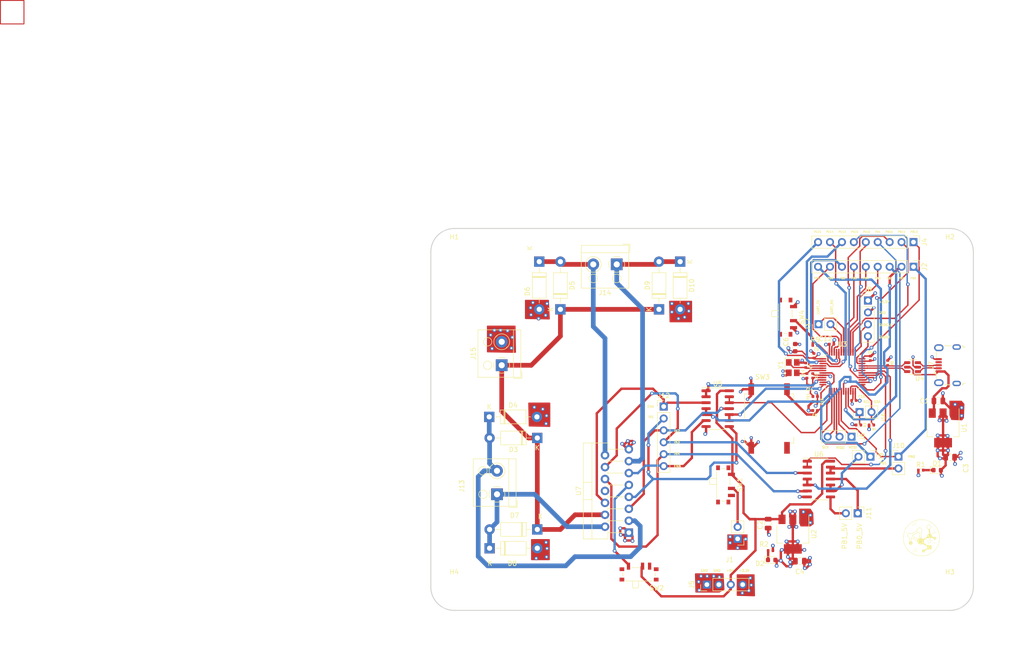
<source format=kicad_pcb>
(kicad_pcb (version 20221018) (generator pcbnew)
  (layers (0 "F.Cu" signal) (1 "In1.Cu" power) (2 "In2.Cu" power) (31 "B.Cu" signal) (34 "B.Paste" user) (35 "F.Paste" user) (36 "B.SilkS" user "B.Silkscreen") (37 "F.SilkS" user "F.Silkscreen") (38 "B.Mask" user) (39 "F.Mask" user) (44 "Edge.Cuts" user))
  (net 0 "")
  (net 1 "VBUS")
  (net 2 "GND")
  (net 3 "+5V")
  (net 4 "+3.3V")
  (net 5 "/NRST")
  (net 6 "/CR_IN")
  (net 7 "/CR_OUT")
  (net 8 "+3.3VA")
  (net 9 "Net-(D1-K)")
  (net 10 "Net-(D2-K)")
  (net 11 "+12V")
  (net 12 "OUT2")
  (net 13 "OUT4")
  (net 14 "OUT1")
  (net 15 "OUT3")
  (net 16 "/VIN")
  (net 17 "PB0")
  (net 18 "PB1")
  (net 19 "PB2")
  (net 20 "PB3")
  (net 21 "PB4")
  (net 22 "PB5")
  (net 23 "PB8")
  (net 24 "PB9")
  (net 25 "PB12")
  (net 26 "/USART1_TX")
  (net 27 "/USART1_RX")
  (net 28 "/I2C2_SCL")
  (net 29 "/I2C2_SDA")
  (net 30 "PB13")
  (net 31 "PB14")
  (net 32 "PB15")
  (net 33 "PA4")
  (net 34 "PA10")
  (net 35 "PA15")
  (net 36 "PC13")
  (net 37 "PC14")
  (net 38 "PC15")
  (net 39 "/SPI1_MOSI")
  (net 40 "/SPI1_MISO")
  (net 41 "/SPI1_SCK")
  (net 42 "/USB_CONN_D-")
  (net 43 "/USB_CONN_D+")
  (net 46 "/SWDCLK")
  (net 47 "/SWDIO")
  (net 48 "Net-(J9-Pin_2)")
  (net 49 "Net-(J10-Pin_2)")
  (net 50 "Net-(J11-Pin_1)")
  (net 51 "Net-(J11-Pin_2)")
  (net 52 "ENA")
  (net 53 "IN1")
  (net 54 "IN2")
  (net 55 "IN3")
  (net 56 "IN4")
  (net 57 "ENB")
  (net 58 "/SW_BOOT0")
  (net 59 "/BOOT0")
  (net 60 "USB_D+")
  (net 62 "Net-(SW2-A)")
  (net 64 "Net-(U3-PA0)")
  (net 65 "Net-(U3-PA1)")
  (net 66 "Net-(U3-PA2)")
  (net 67 "Net-(U3-PA3)")
  (net 68 "U4_1A")
  (net 69 "U4_1B")
  (net 70 "USB_D-")
  (footprint "Package_TO_SOT_SMD:SOT-223-3_TabPin2" (layer "F.Cu") (at 168.75 113.75 -90)
    (fp_text reference "U2")
    (fp_text value "AMS1117-3.3")
  )
  (footprint "Connector_PinHeader_2.54mm:PinHeader_1x03_P2.54mm_Vertical" (layer "F.Cu") (at 181.25 92.985 -90)
    (fp_text reference "J6")
    (fp_text value "Conn_01x03_Pin")
  )
  (footprint "Resistor_SMD:R_0402_1005Metric" (layer "F.Cu") (at 164 117.25 180)
    (fp_text reference "R2")
    (fp_text value "1K5")
  )
  (footprint "Button_Switch_SMD:SW_SPDT_PCM12" (layer "F.Cu") (at 154.25 103.25 -90)
    (fp_text reference "SW1")
    (fp_text value "SW_SPDT")
  )
  (footprint "Connector_PinHeader_2.54mm:PinHeader_1x02_P2.54mm_Vertical" (layer "F.Cu") (at 185.275 97.235 -90)
    (fp_text reference "J9")
    (fp_text value "Conn_01x02_Pin")
  )
  (footprint "Diode_THT:D_DO-41_SOD81_P10.16mm_Horizontal" (layer "F.Cu") (at 104.09 88.75)
    (fp_text reference "D4")
    (fp_text value "1N4007")
  )
  (footprint "Capacitor_SMD:C_0402_1005Metric" (layer "F.Cu") (at 171.75 80 -90)
    (fp_text reference "C11")
    (fp_text value "27p")
  )
  (footprint "Connector_USB:USB_Micro-B_Wuerth_629105150521" (layer "F.Cu") (at 201.7 77.75 90)
    (fp_text reference "J7")
    (fp_text value "USB_B_Micro")
  )
  (footprint "Capacitor_SMD:C_0402_1005Metric" (layer "F.Cu") (at 171.5 77.75 90)
    (fp_text reference "C7")
    (fp_text value "27p")
  )
  (footprint "Package_TO_SOT_SMD:SOT-223-3_TabPin2" (layer "F.Cu") (at 200.75 91.1 -90)
    (fp_text reference "U1")
    (fp_text value "AMS1117-3.3")
  )
  (footprint "Resistor_SMD:R_0402_1005Metric" (layer "F.Cu") (at 196 100.1)
    (fp_text reference "R1")
    (fp_text value "1K5")
  )
  (footprint "Connector_PinHeader_2.54mm:PinHeader_1x04_P2.54mm_Vertical" (layer "F.Cu") (at 150.45 124.5 90)
    (fp_text reference "J5")
    (fp_text value "Conn_01x04_Pin")
  )
  (footprint "Resistor_SMD:R_0402_1005Metric" (layer "F.Cu") (at 185.49 90.485)
    (fp_text reference "R4")
    (fp_text value "1K5")
  )
  (footprint "Connector_PinHeader_2.54mm:PinHeader_1x06_P2.54mm_Vertical" (layer "F.Cu") (at 141.25 86.55)
    (fp_text reference "J12")
    (fp_text value "Conn_01x06_Pin")
  )
  (footprint "Diode_THT:D_DO-41_SOD81_P10.16mm_Horizontal" (layer "F.Cu") (at 114.75 55.67 -90)
    (fp_text reference "D6")
    (fp_text value "1N4007")
  )
  (footprint "Resistor_SMD:R_0402_1005Metric" (layer "F.Cu") (at 188.95 77.25 -90)
    (fp_text reference "R6")
    (fp_text value "1K5")
  )
  (footprint "MountingHole:MountingHole_2.2mm_M2" (layer "F.Cu") (at 96.65 125)
    (fp_text reference "H4")
    (fp_text value "MountingHole")
  )
  (footprint "Diode_THT:D_DO-41_SOD81_P10.16mm_Horizontal" (layer "F.Cu") (at 119.25 65.83 90)
    (fp_text reference "D5")
    (fp_text value "1N4007")
  )
  (footprint "Diode_THT:D_DO-41_SOD81_P10.16mm_Horizontal" (layer "F.Cu") (at 144.75 55.67 -90)
    (fp_text reference "D10")
    (fp_text value "1N4007")
  )
  (footprint "Capacitor_SMD:C_0603_1608Metric" (layer "F.Cu") (at 169.25 74 90)
    (fp_text reference "C6")
    (fp_text value "10u")
  )
  (footprint "Capacitor_SMD:C_0805_2012Metric" (layer "F.Cu") (at 199.75 85.35)
    (fp_text reference "C1")
    (fp_text value "22u")
  )
  (footprint "Resistor_SMD:R_0402_1005Metric" (layer "F.Cu") (at 173.5 73.5)
    (fp_text reference "R5")
    (fp_text value "10K")
  )
  (footprint "Capacitor_SMD:C_0805_2012Metric" (layer "F.Cu") (at 202.25 97.35)
    (fp_text reference "C3")
    (fp_text value "22u")
  )
  (footprint "Connector_PinHeader_2.54mm:PinHeader_1x09_P2.54mm_Vertical" (layer "F.Cu") (at 194.45 51.5 -90)
    (fp_text reference "J4")
    (fp_text value "Conn_01x09_Pin")
  )
  (footprint "Capacitor_SMD:C_0402_1005Metric" (layer "F.Cu") (at 173.25 75.73 90)
    (fp_text reference "C9")
    (fp_text value "100n")
  )
  (footprint "Diode_THT:D_DO-41_SOD81_P10.16mm_Horizontal" (layer "F.Cu") (at 114.33 93.25 180)
    (fp_text reference "D3")
    (fp_text value "1N4007")
  )
  (footprint "TerminalBlock_RND:TerminalBlock_RND_205-00001_1x02_P5.00mm_Horizontal" (layer "F.Cu") (at 105.75 105.25 90)
    (fp_text reference "J13")
    (fp_text value "Screw_Terminal_01x02")
  )
  (footprint "Button_Switch_SMD:SW_SPDT_PCM12" (layer "F.Cu") (at 167.475 67.5 -90)
    (fp_text reference "SW4")
    (fp_text value "SW_SPDT")
  )
  (footprint "Package_SO:SO-14_3.9x8.65mm_P1.27mm" (layer "F.Cu") (at 152.75 87)
    (fp_text reference "U5")
    (fp_text value "SN74HCT08N")
  )
  (footprint "MountingHole:MountingHole_2.2mm_M2" (layer "F.Cu") (at 96.65 53.6)
    (fp_text reference "H1")
    (fp_text value "MountingHole")
  )
  (footprint "Button_Switch_SMD:SW_SPDT_PCM12" (layer "F.Cu") (at 136 122)
    (fp_text reference "SW2")
    (fp_text value "SW_SPDT")
  )
  (footprint "Capacitor_SMD:C_0805_2012Metric" (layer "F.Cu") (at 170.25 119.5)
    (fp_text reference "C4")
    (fp_text value "22u")
  )
  (footprint "Capacitor_SMD:C_0402_1005Metric" (layer "F.Cu") (at 177 73.25)
    (fp_text reference "C12")
    (fp_text value "100n")
  )
  (footprint "LED_SMD:LED_0603_1608Metric" (layer "F.Cu") (at 164.25 119.25)
    (fp_text reference "D2")
    (fp_text value "LED")
  )
  (footprint "Diode_THT:D_DO-41_SOD81_P10.16mm_Horizontal" (layer "F.Cu") (at 114.33 112.75 180)
    (fp_text reference "D7")
    (fp_text value "1N4007")
  )
  (footprint "Button_Switch_SMD:SW_MEC_5GSH9" (layer "F.Cu") (at 163.7 89.1)
    (fp_text reference "SW3")
    (fp_text value "SW_MEC_5G")
  )
  (footprint "Inductor_SMD:L_0402_1005Metric" (layer "F.Cu") (at 173.515 84.4)
    (fp_text reference "FB1")
    (fp_text value "120R")
  )
  (footprint "TerminalBlock_RND:TerminalBlock_RND_205-00001_1x02_P5.00mm_Horizontal" (layer "F.Cu") (at 106.75 77.75 90)
    (fp_text reference "J15")
    (fp_text value "Screw_Terminal_01x02")
  )
  (footprint "TerminalBlock_RND:TerminalBlock_RND_205-00001_1x02_P5.00mm_Horizontal" (layer "F.Cu") (at 131.25 56.25 180)
    (fp_text reference "J14")
    (fp_text value "Screw_Terminal_01x02")
  )
  (footprint "Connector_PinHeader_2.54mm:PinHeader_1x02_P2.54mm_Vertical" (layer "F.Cu") (at 182.965 87.735 90)
    (fp_text reference "J16")
    (fp_text value "Conn_01x02_Pin")
  )
  (footprint "Package_QFP:LQFP-48_7x7mm_P0.5mm" (layer "F.Cu") (at 179.31 79.13)
    (fp_text reference "U3")
    (fp_text value "STM32F103C8T6")
  )
  (footprint "Package_TO_SOT_SMD:SOT-23-6" (layer "F.Cu") (at 194.25 78.15 180)
    (fp_text reference "U4")
    (fp_text value "USBLC6-2SC6")
  )
  (footprint "Capacitor_SMD:C_0805_2012Metric" (layer "F.Cu") (at 163.5 111.5 -90)
    (fp_text reference "C2")
    (fp_text value "22u")
  )
  (footprint "Capacitor_SMD:C_0402_1005Metric" (layer "F.Cu") (at 173 80 90)
    (fp_text reference "C13")
    (fp_text value "10n")
  )
  (footprint "Capacitor_SMD:C_0402_1005Metric" (layer "F.Cu") (at 173.5 87.4 180)
    (fp_text reference "C5")
    (fp_text value "100n")
  )
  (footprint "Connector_PinHeader_2.54mm:PinHeader_1x02_P2.54mm_Vertical" (layer "F.Cu") (at 191.25 97.21)
    (fp_text reference "J10")
    (fp_text value "Conn_01x02_Pin")
  )
  (footprint "Connector_PinHeader_2.54mm:PinHeader_1x02_P2.54mm_Vertical" (layer "F.Cu") (at 174.225 69 90)
    (fp_text reference "J17")
    (fp_text value "Conn_01x02_Pin")
  )
  (footprint "MountingHole:MountingHole_2.2mm_M2" (layer "F.Cu") (at 202.2 125)
    (fp_text reference "H3")
    (fp_text value "MountingHole")
  )
  (footprint "Diode_THT:D_DO-41_SOD81_P10.16mm_Horizontal" (layer "F.Cu") (at 140.25 65.83 90)
    (fp_text reference "D9")
    (fp_text value "1N4007")
  )
  (footprint "MountingHole:MountingHole_2.2mm_M2" (layer "F.Cu") (at 202.2 53.6)
    (fp_text reference "H2")
    (fp_text value "MountingHole")
  )
  (footprint "Connector_PinHeader_2.54mm:PinHeader_1x04_P2.54mm_Vertical" (layer "F.Cu") (at 184.75 63.95)
    (fp_text reference "J8")
    (fp_text value "Conn_01x04_Pin")
  )
  (footprint "Capacitor_SMD:C_0402_1005Metric" (layer "F.Cu") (at 173.5 85.5 180)
    (fp_text reference "C15")
    (fp_text value "1u")
  )
  (footprint "Package_SO:SO-14_3.9x8.65mm_P1.27mm" (layer "F.Cu") (at 174.3 102)
    (fp_text reference "U6")
    (fp_text value "SN74HCT08N")
  )
  (footprint "Diode_THT:D_DO-41_SOD81_P10.16mm_Horizontal" (layer "F.Cu") (at 104.17 116.75)
    (fp_text reference "D8")
    (fp_text value "1N4007")
  )
  (footprint "Resistor_SMD:R_0402_1005Metric" (layer "F.Cu") (at 182.74 90.485)
    (fp_text reference "R3")
    (fp_text value "1K5")
  )
  (footprint "Capacitor_SMD:C_0402_1005Metric" (layer "F.Cu") (at 181.75 85.25 180)
    (fp_text reference "C10")
    (fp_text value "100n")
  )
  (footprint "Capacitor_SMD:C_0402_1005Metric" (layer "F.Cu") (at 172.5 82 180)
    (fp_text reference "C14")
    (fp_text value "1u")
  )
  (footprint "Connector_PinHeader_2.54mm:PinHeader_1x09_P2.54mm_Vertical" (layer "F.Cu") (at 194.45 56.75 -90)
    (fp_text reference "J2")
    (fp_text value "Conn_01x09_Pin")
  )
  (footprint "Crystal:Crystal_SMD_3225-4Pin_3.2x2.5mm" (layer "F.Cu") (at 168.75 78.25 -90)
    (fp_text reference "Y1")
    (fp_text value "16MHz")
  )
  (footprint "LOGO" (layer "F.Cu") (at 196.2 114.5)
    (fp_text reference "G***" hide)
    (fp_text value "LOGO" hide)
  )
  (footprint "Package_TO_SOT_THT:TO-220-15_P2.54x2.54mm_StaggerOdd_Lead4.58mm_Vertical" (layer "F.Cu") (at 133.83 113.43 90)
    (fp_text reference "U7")
    (fp_text value "L298N")
  )
  (footprint "Capacitor_SMD:C_0402_1005Metric" (layer "F.Cu") (at 185.25 76.27 -90)
    (fp_text reference "C8")
    (fp_text value "100n")
  )
  (footprint "Connector_PinHeader_2.54mm:PinHeader_1x02_P2.54mm_Vertical" (layer "F.Cu") (at 157 114.75 180)
    (fp_text reference "J1")
    (fp_text value "Conn_01x02_Pin")
  )
  (footprint "Connector_PinHeader_2.54mm:PinHeader_1x02_P2.54mm_Vertical" (layer "F.Cu") (at 182.575 109.3 -90)
    (fp_text reference "J11")
    (fp_text value "Conn_01x02_Pin")
  )
  (footprint "LED_SMD:LED_0603_1608Metric" (layer "F.Cu") (at 199.5 100.1)
    (fp_text reference "D1")
    (fp_text value "LED")
  )
  (gr_rect (start 0 0) (end 5 5) (stroke (width 0.2)) (fill none) (layer "F.Cu"))
  (gr_line (start 91.65 53.6) (end 91.65 125) (stroke (width 0.2)) (layer "Edge.Cuts"))
  (gr_line (start 202.2 48.6) (end 96.65 48.6) (stroke (width 0.2)) (layer "Edge.Cuts"))
  (gr_arc (start 207.2 125) (mid 205.735534 128.535533) (end 202.2 130) (stroke (width 0.2)) (layer "Edge.Cuts"))
  (gr_arc (start 202.2 48.6) (mid 205.735533 50.064466) (end 207.2 53.6) (stroke (width 0.2)) (layer "Edge.Cuts"))
  (gr_arc (start 91.65 53.6) (mid 93.114466 50.064467) (end 96.65 48.6) (stroke (width 0.2)) (layer "Edge.Cuts"))
  (gr_arc (start 96.65 130) (mid 93.114467 128.535534) (end 91.65 125) (stroke (width 0.2)) (layer "Edge.Cuts"))
  (gr_line (start 96.65 130) (end 202.2 130) (stroke (width 0.2)) (layer "Edge.Cuts"))
  (gr_line (start 207.2 125) (end 207.2 53.6) (stroke (width 0.2)) (layer "Edge.Cuts"))
  (gr_text "PB15" (at 188.424401 49.55) (layer "F.SilkS") (effects (font (size 0.4 0.4) (thickness 0.1) bold) (justify left bottom)))
  (gr_text "PB1" (at 191.204468 59.45) (layer "F.SilkS") (effects (font (size 0.4 0.4) (thickness 0.1) bold) (justify left bottom)))
  (gr_text "IN3" (at 143.35 94.4) (layer "F.SilkS") (effects (font (size 0.5 0.5) (thickness 0.125)) (justify left bottom)))
  (gr_text "PB2" (at 188.683337 59.45) (layer "F.SilkS") (effects (font (size 0.4 0.4) (thickness 0.1) bold) (justify left bottom)))
  (gr_text "PB8" (at 178.598813 59.45) (layer "F.SilkS") (effects (font (size 0.4 0.4) (thickness 0.1) bold) (justify left bottom)))
  (gr_text "PB4" (at 183.641075 59.45) (layer "F.SilkS") (effects (font (size 0.4 0.4) (thickness 0.1) bold) (justify left bottom)))
  (gr_text "+5V" (at 154.483334 121.8) (layer "F.SilkS") (effects (font (size 0.5 0.5) (thickness 0.125)) (justify left bottom)))
  (gr_text "GND" (at 186.95 66.85) (layer "F.SilkS") (effects (font (size 0.5 0.5) (thickness 0.125)) (justify left bottom)))
  (gr_text "+3.3V" (at 186.95 64.55) (layer "F.SilkS") (effects (font (size 0.5 0.5) (thickness 0.125)) (justify left bottom)))
  (gr_text "PC14" (at 175.787797 49.55) (layer "F.SilkS") (effects (font (size 0.4 0.4) (thickness 0.1) bold) (justify left bottom)))
  (gr_text "PB0" (at 193.2 97.55) (layer "F.SilkS") (effects (font (size 0.5 0.5) (thickness 0.125)) (justify left bottom)))
  (gr_text "PA10" (at 183.644045 49.55) (layer "F.SilkS") (effects (font (size 0.4 0.4) (thickness 0.1) bold) (justify left bottom)))
  (gr_text "PB9" (at 176.077682 59.45) (layer "F.SilkS") (effects (font (size 0.4 0.4) (thickness 0.1) bold) (justify left bottom)))
  (gr_text "IN4" (at 143.35 96.9) (layer "F.SilkS") (effects (font (size 0.5 0.5) (thickness 0.125)) (justify left bottom)))
  (gr_text "PB14" (at 191.062198 49.55) (layer "F.SilkS") (effects (font (size 0.4 0.4) (thickness 0.1) bold) (justify left bottom)))
  (gr_text "PB5" (at 181.119944 59.45) (layer "F.SilkS") (effects (font (size 0.4 0.4) (thickness 0.1) bold) (justify left bottom)))
  (gr_text "GND" (at 151.766667 121.8) (layer "F.SilkS") (effects (font (size 0.5 0.5) (thickness 0.125)) (justify left bottom)))
  (gr_text "+3.3V" (at 157.2 121.8) (layer "F.SilkS") (effects (font (size 0.5 0.5) (thickness 0.125)) (justify left bottom)))
  (gr_text "PC13" (at 178.425594 49.55) (layer "F.SilkS") (effects (font (size 0.4 0.4) (thickness 0.1) bold) (justify left bottom)))
  (gr_text "PB12" (at 173.175599 59.45) (layer "F.SilkS") (effects (font (size 0.4 0.4) (thickness 0.1) bold) (justify left bottom)))
  (gr_text "PA15" (at 181.063391 49.55) (layer "F.SilkS") (effects (font (size 0.4 0.4) (thickness 0.1) bold) (justify left bottom)))
  (gr_text "PB1" (at 187.2 98.9) (layer "F.SilkS") (effects (font (size 0.5 0.5) (thickness 0.125)) (justify left bottom)))
  (gr_text "MOSI" (at 180.55 95.55) (layer "F.SilkS") (effects (font (size 0.5 0.5) (thickness 0.125)) (justify left bottom)))
  (gr_text "PB0_5V" (at 183.55 117.05 90) (layer "F.SilkS") (effects (font (size 1 1)) (justify left bottom)))
  (gr_text "PB0" (at 193.725599 59.45) (layer "F.SilkS") (effects (font (size 0.4 0.4) (thickness 0.1) bold) (justify left bottom)))
  (gr_text "PB1_5V" (at 180.35 117.05 90) (layer "F.SilkS") (effects (font (size 1 1)) (justify left bottom)))
  (gr_text "MISO" (at 177.85 95.6) (layer "F.SilkS") (effects (font (size 0.5 0.5) (thickness 0.125)) (justify left bottom)))
  (gr_text "SDA" (at 185.95 85.85) (layer "F.SilkS") (effects (font (size 0.5 0.5) (thickness 0.125)) (justify left bottom)))
  (gr_text "IN1" (at 137.85 89.05) (layer "F.SilkS") (effects (font (size 0.5 0.5) (thickness 0.125)) (justify left bottom)))
  (gr_text "IN2" (at 143.35 92.05) (layer "F.SilkS") (effects (font (size 0.5 0.5) (thickness 0.125)) (justify left bottom)))
  (gr_text "PB3" (at 186.162206 59.45) (layer "F.SilkS") (effects (font (size 0.4 0.4) (thickness 0.1) bold) (justify left bottom)))
  (gr_text "ENA" (at 137.683333 86.85) (layer "F.SilkS") (effects (font (size 0.5 0.5) (thickness 0.125)) (justify left bottom)))
  (gr_text "SCK" (at 174.9 95.5) (layer "F.SilkS") (effects (font (size 0.5 0.5) (thickness 0.125)) (justify left bottom)))
  (gr_text "PC15" (at 173.15 49.55) (layer "F.SilkS") (effects (font (size 0.4 0.4) (thickness 0.1) bold) (justify left bottom)))
  (gr_text "PB13" (at 193.7 49.55) (layer "F.SilkS") (effects (font (size 0.4 0.4) (thickness 0.1) bold) (justify left bottom)))
  (gr_text "SCL" (at 183.7 85.85) (layer "F.SilkS") (effects (font (size 0.5 0.5) (thickness 0.125)) (justify left bottom)))
  (gr_text "GND" (at 149.05 121.8) (layer "F.SilkS") (effects (font (size 0.5 0.5) (thickness 0.125)) (justify left bottom)))
  (gr_text "UART_RX" (at 177.35 67.05 90) (layer "F.SilkS") (effects (font (size 0.5 0.5) (thickness 0.125)) (justify left bottom)))
  (gr_text "PA4" (at 186.224699 49.55) (layer "F.SilkS") (effects (font (size 0.4 0.4) (thickness 0.1) bold) (justify left bottom)))
  (gr_text "SWDIO" (at 186.95 72.05) (layer "F.SilkS") (effects (font (size 0.5 0.5) (thickness 0.125)) (justify left bottom)))
  (gr_text "UART_TX" (at 174.45 67 90) (layer "F.SilkS") (effects (font (size 0.5 0.5) (thickness 0.125)) (justify left bottom)))
  (gr_text "ENB" (at 143.35 99.55) (layer "F.SilkS") (effects (font (size 0.5 0.5) (thickness 0.125)) (justify left bottom)))
  (gr_text "SWDCLK" (at 186.95 69.45) (layer "F.SilkS") (effects (font (size 0.5 0.5) (thickness 0.125)) (justify left bottom)))
  (segment (start 200.547918 82.65) (end 201.45 82.65) (width 0.5) (layer "F.Cu") (net 1))
  (segment (start 198.8 85.35) (end 198.8 84.397918) (width 0.5) (layer "F.Cu") (net 1))
  (segment (start 194.667893 79.75) (end 199.1 79.75) (width 0.3) (layer "F.Cu") (net 1))
  (segment (start 193.75 78.15) (end 194.375 78.775) (width 0.3) (layer "F.Cu") (net 1))
  (segment (start 199.1 79.75) (end 199.8 79.05) (width 0.3) (layer "F.Cu") (net 1))
  (segment (start 194.375 79.457107) (end 194.667893 79.75) (width 0.3) (layer "F.Cu") (net 1))
  (segment (start 198.8 84.397918) (end 200.547918 82.65) (width 0.5) (layer "F.Cu") (net 1))
  (segment (start 201.9 79.9) (end 201.075 79.075) (width 0.5) (layer "F.Cu") (net 1))
  (segment (start 198.8 85.35) (end 198.8 87.6) (width 0.5) (layer "F.Cu") (net 1))
  (segment (start 193.1125 78.15) (end 193.75 78.15) (width 0.3) (layer "F.Cu") (net 1))
  (segment (start 201.45 82.65) (end 201.9 82.2) (width 0.5) (layer "F.Cu") (net 1))
  (segment (start 194.375 78.775) (end 194.375 79.457107) (width 0.3) (layer "F.Cu") (net 1))
  (segment (start 201.075 79.075) (end 199.8 79.075) (width 0.5) (layer "F.Cu") (net 1))
  (segment (start 198.8 87.6) (end 198.45 87.95) (width 0.5) (layer "F.Cu") (net 1))
  (segment (start 201.9 82.2) (end 201.9 79.9) (width 0.5) (layer "F.Cu") (net 1))
  (segment (start 133.83 95.65) (end 133.83 94.13) (width 0.5) (layer "F.Cu") (net 2))
  (segment (start 171.75 81.73) (end 172.02 82) (width 0.3) (layer "F.Cu") (net 2))
  (segment (start 203.2 98.7) (end 203.3 98.8) (width 0.3) (layer "F.Cu") (net 2))
  (segment (start 185.01 66.49) (end 186 65.5) (width 0.5) (layer "F.Cu") (net 2))
  (segment (start 177.48 73.292965) (end 177.48 73.25) (width 0.3) (layer "F.Cu") (net 2))
  (segment (start 177.48 73.25) (end 177.48 72.4695) (width 0.5) (layer "F.Cu") (net 2))
  (segment (start 171.5 77.27) (end 169.72 77.27) (width 0.3) (layer "F.Cu") (net 2))
  (segment (start 171.2 119.5) (end 171.2 120.9) (width 0.5) (layer "F.Cu") (net 2))
  (segment (start 133.55 95.65) (end 132.4 94.5) (width 0.5) (layer "F.Cu") (net 2))
  (segment (start 171.75 80.48) (end 171.75 81.73) (width 0.3) (layer "F.Cu") (net 2))
  (segment (start 195.3875 78.15) (end 194.717893 78.15) (width 0.3) (layer "F.Cu") (net 2))
  (segment (start 173.02 87.4) (end 172.1 87.4) (width 0.5) (layer "F.Cu") (net 2))
  (segment (start 171.2 119.5) (end 171.7 119.5) (width 0.5) (layer "F.Cu") (net 2))
  (segment (start 194.35 77.782107) (end 194.35 76) (width 0.3) (layer "F.Cu") (net 2))
  (segment (start 132 113.8) (end 132.1 113.9) (width 0.5) (layer "F.Cu") (net 2))
  (segment (start 159.89 95.35) (end 160.15 95.35) (width 0.5) (layer "F.Cu") (net 2))
  (segment (start 181.56 83.2925) (end 181.56 84.96) (width 0.3) (layer "F.Cu") (net 2))
  (segment (start 160.15 95.35) (end 161.4 94.1) (width 0.5) (layer "F.Cu") (net 2))
  (segment (start 203.05 87.7) (end 203.05 87.95) (width 0.5) (layer "F.Cu") (net 2))
  (segment (start 158.54 94) (end 159.89 95.35) (width 0.5) (layer "F.Cu") (net 2))
  (segment (start 181.56 84.96) (end 181.27 85.25) (width 0.3) (layer "F.Cu") (net 2))
  (segment (start 163.5 112.45) (end 163.5 113.7) (width 0.5) (layer "F.Cu") (net 2))
  (segment (start 171.63 80.6) (end 171.75 80.48) (width 0.5) (layer "F.Cu") (net 2))
  (segment (start 203.2 97.35) (end 203.2 98.7) (width 0.3) (layer "F.Cu") (net 2))
  (segment (start 198.9 76.45) (end 198.4 75.95) (width 0.3) (layer "F.Cu") (net 2))
  (segment (start 133.83 94.13) (end 133.6 93.9) (width 0.5) (layer "F.Cu") (net 2))
  (segment (start 200.7 85.35) (end 200.7 83.7) (width 0.5) (layer "F.Cu") (net 2))
  (segment (start 173.02 85.5) (end 172.1 86.42) (width 0.5) (layer "F.Cu") (net 2))
  (segment (start 133 114.26) (end 133.83 113.43) (width 0.5) (layer "F.Cu") (net 2))
  (segment (start 172.4 120.2) (end 172.4 118.8) (width 0.5) (layer "F.Cu") (net 2))
  (segment (start 132.9 112.5) (end 133.83 113.43) (width 0.5) (layer "F.Cu") (net 2))
  (segment (start 203.2 97.35) (end 204.25 97.35) (width 0.3) (layer "F.Cu") (net 2))
  (segment (start 133.83 95.65) (end 133.83 95.27) (width 0.5) (layer "F.Cu") (net 2))
  (segment (start 177.06 73.712965) (end 177.48 73.292965) (width 0.3) (layer "F.Cu") (net 2))
  (segment (start 150.275 90.81) (end 150.275 92.225) (width 0.5) (layer "F.Cu") (net 2))
  (segment (start 166.65 79) (end 167.55 79) (width 0.5) (layer "F.Cu") (net 2))
  (segment (start 168.905 65.195) (end 169.8 64.3) (width 0.5) (layer "F.Cu") (net 2))
  (segment (start 132 112.5) (end 132.9 112.5) (width 0.5) (layer "F.Cu") (net 2))
  (segment (start 132.4 94.5) (end 133 94.5) (width 0.5) (layer "F.Cu") (net 2))
  (segment (start 169.72 77.27) (end 169.6 77.15) (width 0.3) (layer "F.Cu") (net 2))
  (segment (start 167.55 79) (end 167.9 79.35) (width 0.5) (layer "F.Cu") (net 2))
  (segment (start 159.9 95.34) (end 159.89 95.35) (width 0.5) (layer "F.Cu") (net 2))
  (segment (start 164.51 117.25) (end 164.51 116.21) (width 0.5) (layer "F.Cu") (net 2))
  (segment (start 171.7 119.5) (end 172.4 120.2) (width 0.5) (layer "F.Cu") (net 2))
  (segment (start 171.2 120.9) (end 171.3 121) (width 0.5) (layer "F.Cu") (net 2))
  (segment (start 199.8 76.45) (end 198.9 76.45) (width 0.3) (layer "F.Cu") (net 2))
  (segment (start 159.89 82.85) (end 159.89 80.59) (width 0.5) (layer "F.Cu") (net 2))
  (segment (start 158.15 82.85) (end 157.6 83.4) (width 0.5) (layer "F.Cu") (net 2))
  (segment (start 133 94.5) (end 133.6 93.9) (width 0.5) (layer "F.Cu") (net 2))
  (segment (start 134.5 115.1) (end 134.6 115.2) (width 0.5) (layer "F.Cu") (net 2))
  (segment (start 150.275 92.225) (end 150.1 92.4) (width 0.5) (layer "F.Cu") (net 2))
  (segment (start 171.32 77.27) (end 170.75 76.7) (width 0.3) (layer "F.Cu") (net 2))
  (segment (start 170.125 73.225) (end 170.2 73.3) (width 0.5) (layer "F.Cu") (net 2))
  (segment (start 168.905 65.25) (end 168.905 65.195) (width 0.5) (layer "F.Cu") (net 2))
  (segment (start 134.6 114.2) (end 133.83 113.43) (width 0.5) (layer "F.Cu") (net 2))
  (segment (start 169.25 73.225) (end 170.125 73.225) (width 0.5) (layer "F.Cu") (net 2))
  (segment (start 164.51 116.21) (end 164.5 116.2) (width 0.5) (layer "F.Cu") (net 2))
  (segment (start 184.75 66.49) (end 185.01 66.49) (width 0.5) (layer "F.Cu") (net 2))
  (segment (start 173.36 79.88) (end 173 79.52) (width 0.3) (layer "F.Cu") (net 2))
  (segment (start 133.6 93.9) (end 134.6 93.9) (width 0.5) (layer "F.Cu") (net 2))
  (segment (start 171.3 121) (end 171.6 121) (width 0.5) (layer "F.Cu") (net 2))
  (segment (start 186.2005 76.4) (end 185.8505 76.75) (width 0.3) (layer "F.Cu") (net 2))
  (segment (start 133 115.1) (end 133 114.26) (width 0.5) (layer "F.Cu") (net 2))
  (segment (start 194.717893 78.15) (end 194.35 77.782107) (width 0.3) (layer "F.Cu") (net 2))
  (segment (start 171.7 119.5) (end 172.4 118.8) (width 0.5) (layer "F.Cu") (net 2))
  (segment (start 133.83 95.65) (end 133.55 95.65) (width 0.5) (layer "F.Cu") (net 2))
  (segment (start 203.2 97.35) (end 203.55 97.35) (width 0.3) (layer "F.Cu") (net 2))
  (segment (start 185.12 76.88) (end 185.25 76.75) (width 0.3) (layer "F.Cu") (net 2))
  (segment (start 185.8505 76.75) (end 185.25 76.75) (width 0.3) (layer "F.Cu") (net 2))
  (segment (start 133.36 113.9) (end 133.83 113.43) (width 0.5) (layer "F.Cu") (net 2))
  (segment (start 169.6 77.15) (end 170.3 77.15) (width 0.3) (layer "F.Cu") (net 2))
  (segment (start 176.501 79.88) (end 176.7505 80.1295) (width 0.3) (layer "F.Cu") (net 2))
  (segment (start 170.95 80.6) (end 171.63 80.6) (width 0.5) (layer "F.Cu") (net 2))
  (segment (start 181.27 85.25) (end 181.27 85.87) (width 0.3) (layer "F.Cu") (net 2))
  (segment (start 171.5 77.27) (end 171.32 77.27) (width 0.3) (layer "F.Cu") (net 2))
  (segment (start 134.6 93.9) (end 134.9 94.2) (width 0.5) (layer "F.Cu") (net 2))
  (segment (start 181.27 85.87) (end 181.4 86) (width 0.3) (layer "F.Cu") (net 2))
  (segment (start 172.1 86.42) (end 172.1 87.4) (width 0.5) (layer "F.Cu") (net 2))
  (segment (start 132 112.5) (end 132 113.8) (width 0.5) (layer "F.Cu") (net 2))
  (segment (start 171.815 105.8) (end 171.825 105.81) (width 0.5) (layer "F.Cu") (net 2))
  (segment (start 134.6 115.2) (end 134.6 114.2) (width 0.5) (layer "F.Cu") (net 2))
  (segment (start 183.4725 76.88) (end 185.12 76.88) (width 0.3) (layer "F.Cu") (net 2))
  (segment (start 159.89 80.59) (end 159.8 80.5) (width 0.5) (layer "F.Cu") (net 2))
  (segment (start 195.49 101.19) (end 195.5 101.2) (width 0.5) (layer "F.Cu") (net 2))
  (segment (start 158 94) (end 158.54 94) (width 0.5) (layer "F.Cu") (net 2))
  (segment (start 133.83 95.27) (end 134.9 94.2) (width 0.5) (layer "F.Cu") (net 2))
  (segment (start 170.3 77.15) (end 170.75 76.7) (width 0.3) (layer "F.Cu") (net 2))
  (segment (start 170.2 105.8) (end 171.815 105.8) (width 0.5) (layer "F.Cu") (net 2))
  (segment (start 163.5 113.7) (end 163.7 113.9) (width 0.5) (layer "F.Cu") (net 2))
  (segment (start 175.1475 79.88) (end 176.501 79.88) (width 0.3) (layer "F.Cu") (net 2))
  (segment (start 203.55 97.35) (end 204.5 96.4) (width 0.3) (layer "F.Cu") (net 2))
  (segment (start 195.49 100.1) (end 195.49 101.19) (width 0.5) (layer "F.Cu") (net 2))
  (segment (start 171.6 121) (end 172.4 120.2) (width 0.5) (layer "F.Cu") (net 2))
  (segment (start 204.25 97.35) (end 204.5 97.6) (width 0.3) (layer "F.Cu") (net 2))
  (segment (start 172.7 74.7) (end 173.25 75.25) (width 0.5) (layer "F.Cu") (net 2))
  (segment (start 159.89 82.85) (end 159.89 84.21) (width 0.5) (layer "F.Cu") (net 2))
  (segment (start 159.89 82.85) (end 158.15 82.85) (width 0.5) (layer "F.Cu") (net 2))
  (segment (start 159.9 93.2) (end 159.9 95.34) (width 0.5) (layer "F.Cu") (net 2))
  (segment (start 200.7 85.35) (end 203.05 87.7) (width 0.5) (layer "F.Cu") (net 2))
  (segment (start 132.1 113.9) (end 133.36 113.9) (width 0.5) (layer "F.Cu") (net 2))
  (segment (start 177.48 72.4695) (end 177.6 72.3495) (width 0.3) (layer "F.Cu") (net 2))
  (segment (start 133 115.1) (end 134.5 115.1) (width 0.5) (layer "F.Cu") (net 2))
  (segment (start 175.1475 79.88) (end 173.36 79.88) (width 0.3) (layer "F.Cu") (net 2))
  (segment (start 172.6 74.7) (end 172.7 74.7) (width 0.5) (layer "F.Cu") (net 2))
  (segment (start 159.89 84.21) (end 159.1 85) (width 0.5) (layer "F.Cu") (net 2))
  (segment (start 166.65 79.9) (end 167.35 79.9) (width 0.5) (layer "F.Cu") (net 2))
  (segment (start 177.06 74.9675) (end 177.06 73.712965) (width 0.3) (layer "F.Cu") (net 2))
  (segment (start 167.35 79.9) (end 167.9 79.35) (width 0.5) (layer "F.Cu") (net 2))
  (via (at 133.6 93.9) (size 0.8) (drill 0.4) (layers "F.Cu" "B.Cu") (net 2))
  (via (at 145.7 67.5) (size 0.8) (drill 0.4) (layers "F.Cu" "B.Cu") (net 2))
  (via (at 108 70.4) (size 0.8) (drill 0.4) (layers "F.Cu" "B.Cu") (net 2))
  (via (at 198.4 75.95) (size 0.7) (drill 0.3) (layers "F.Cu" "B.Cu") (net 2))
  (via (at 195.5 101.2) (size 0.8) (drill 0.4) (layers "F.Cu" "B.Cu") (net 2))
  (via (at 200.7 83.7) (size 0.8) (drill 0.4) (layers "F.Cu" "B.Cu") (net 2))
  (via (at 104.7 74.2) (size 0.8) (drill 0.4) (layers "F.Cu" "B.Cu") (net 2))
  (via (at 204.5 97.6) (size 0.8) (drill 0.4) (layers "F.Cu" "B.Cu") (net 2))
  (via (at 133 115.1) (size 0.8) (drill 0.4) (layers "F.Cu" "B.Cu") (net 2))
  (via (at 143 66.4) (size 0.8) (drill 0.4) (layers "F.Cu" "B.Cu") (net 2))
  (via (at 149.2 122.7) (size 0.8) (drill 0.4) (layers "F.Cu" "B.Cu") (net 2))
  (via (at 172.5 109.7) (size 0.8) (drill 0.4) (layers "F.Cu" "B.Cu") (net 2))
  (via (at 151.9 122.7) (size 0.8) (drill 0.4) (layers "F.Cu" "B.Cu") (net 2))
  (via (at 143 64.6) (size 0.8) (drill 0.4) (layers "F.Cu" "B.Cu") (net 2))
  (via (at 172.1 87.4) (size 0.8) (drill 0.4) (layers "F.Cu" "B.Cu") (net 2))
  (via (at 113.4 64.4) (size 0.8) (drill 0.4) (layers "F.Cu" "B.Cu") (net 2))
  (via (at 170.95 80.6) (size 0.7) (drill 0.3) (layers "F.Cu" "B.Cu") (net 2))
  (via (at 159.9 93.2) (size 0.7) (drill 0.3) (layers "F.Cu" "B.Cu") (net 2))
  (via (at 204.7 88.5) (size 0.8) (drill 0.4) (layers "F.Cu" "B.Cu") (net 2))
  (via (at 113 67) (size 0.8) (drill 0.4) (layers "F.Cu" "B.Cu") (net 2))
  (via (at 157 116.7) (size 0.8) (drill 0.4) (layers "F.Cu" "B.Cu") (net 2))
  (via (at 153.1 122.9) (size 0.8) (drill 0.4) (layers "F.Cu" "B.Cu") (net 2))
  (via (at 177.6 72.3495) (size 0.8) (drill 0.4) (layers "F.Cu" "B.Cu") (net 2))
  (via (at 148.7 123.9) (size 0.8) (drill 0.4) (layers "F.Cu" "B.Cu") (net 2))
  (via (at 203.3 86.1) (size 0.8) (drill 0.4) (layers "F.Cu" "B.Cu") (net 2))
  (via (at 132 112.5) (size 0.8) (drill 0.4) (layers "F.Cu" "B.Cu") (net 2))
  (via (at 181.4 86) (size 0.7) (drill 0.3) (layers "F.Cu" "B.Cu") (net 2))
  (via (at 150.5 122.7) (size 0.8) (drill 0.4) (layers "F.Cu" "B.Cu") (net 2))
  (via (at 171 109) (size 0.8) (drill 0.4) (layers "F.Cu" "B.Cu") (net 2))
  (via (at 186 65.5) (size 0.7) (drill 0.3) (layers "F.Cu" "B.Cu") (net 2))
  (via (at 170.2 105.8) (size 0.8) (drill 0.4) (layers "F.Cu" "B.Cu") (net 2))
  (via (at 159.8 80.5) (size 0.7) (drill 0.3) (layers "F.Cu" "B.Cu") (net 2))
  (via (at 132.4 94.5) (size 0.8) (drill 0.4) (layers "F.Cu" "B.Cu") (net 2))
  (via (at 172.5 111.3) (size 0.8) (drill 0.4) (layers "F.Cu" "B.Cu") (net 2))
  (via (at 106.5 70.3) (size 0.8) (drill 0.4) (layers "F.Cu" "B.Cu") (net 2))
  (via (at 114.6 67.8) (size 0.8) (drill 0.4) (layers "F.Cu" "B.Cu") (net 2))
  (via (at 159.1 85) (size 0.7) (drill 0.3) (layers "F.Cu" "B.Cu") (net 2))
  (via (at 171.3 121) (size 0.8) (drill 0.4) (layers "F.Cu" "B.Cu") (net 2))
  (via (at 169.8 64.3) (size 0.8) (drill 0.4) (layers "F.Cu" "B.Cu") (net 2))
  (via (at 170.2 73.3) (size 0.7) (drill 0.3) (layers "F.Cu" "B.Cu") (net 2))
  (via (at 155.4 114.3) (size 0.8) (drill 0.4) (layers "F.Cu" "B.Cu") (net 2))
  (via (at 146.5 64.6) (size 0.8) (drill 0.4) (layers "F.Cu" "B.Cu") (net 2))
  (via (at 105.2 70.3) (size 0.8) (drill 0.4) (layers "F.Cu" "B.Cu") (net 2))
  (via (at 172.4 118.8) (size 0.8) (drill 0.4) (layers "F.Cu" "B.Cu") (net 2))
  (via (at 104.4 71.3) (size 0.8) (drill 0.4) (layers "F.Cu" "B.Cu") (net 2))
  (via (at 172.6 74.7) (size 0.7) (drill 0.3) (layers "F.Cu" "B.Cu") (net 2))
  (via (at 114.1 118.9) (size 0.8) (drill 0.4) (layers "F.Cu" "B.Cu") (net 2))
  (via (at 144.4 67.8) (size 0.8) (drill 0.4) (layers "F.Cu" "B.Cu") (net 2))
  (via (at 116.2 115.5) (size 0.8) (drill 0.4) (layers "F.Cu" "B.Cu") (net 2))
  (via (at 203.3 98.8) (size 0.8) (drill 0.4) (layers "F.Cu" "B.Cu") (net 2))
  (via (at 204.5 96.4) (size 0.8) (drill 0.4) (layers "F.Cu" "B.Cu") (net 2))
  (via (at 116.4 64.6) (size 0.8) (drill 0.4) (layers "F.Cu" "B.Cu") (net 2))
  (via (at 163.7 113.9) (size 0.8) (drill 0.4) (layers "F.Cu" "B.Cu") (net 2))
  (via (at 134.6 115.2) (size 0.8) (drill 0.4) (layers "F.Cu" "B.Cu") (net 2))
  (via (at 186.2005 76.4) (size 0.7) (drill 0.3) (layers "F.Cu" "B.Cu") (net 2))
  (via (at 172.4 120.2) (size 0.8) (drill 0.4) (layers "F.Cu" "B.Cu") (net 2))
  (via (at 166.65 79) (size 0.7) (drill 0.3) (layers "F.Cu" "B.Cu") (net 2))
  (via (at 194.35 76) (size 0.7) (drill 0.3) (layers "F.Cu" "B.Cu") (net 2))
  (via (at 116.1 67.1) (size 0.8) (drill 0.4) (layers "F.Cu" "B.Cu") (net 2))
  (via (at 108.8 74.1) (size 0.8) (drill 0.4) (layers "F.Cu" "B.Cu") (net 2))
  (via (at 157.6 83.4) (size 0.7) (drill 0.3) (layers "F.Cu" "B.Cu") (net 2))
  (via (at 161.4 94.1) (size 0.7) (drill 0.3) (layers "F.Cu" "B.Cu") (net 2))
  (via (at 150.1 92.4) (size 0.8) (drill 0.4) (layers "F.Cu" "B.Cu") (net 2))
  (via (at 155.4 115.6) (size 0.8) (drill 0.4) (layers "F.Cu" "B.Cu") (net 2))
  (via (at 132.1 113.9) (size 0.8) (drill 0.4) (layers "F.Cu" "B.Cu") (net 2))
  (via (at 115.5 87.1) (size 0.8) (drill 0.4) (layers "F.Cu" "B.Cu") (net 2))
  (via (at 158.7 114.8) (size 0.8) (drill 0.4) (layers "F.Cu" "B.Cu") (net 2))
  (via (at 166.65 79.9) (size 0.7) (drill 0.3) (layers "F.Cu" "B.Cu") (net 2))
  (via (at 176.7505 80.1295) (size 0.8) (drill 0.4) (layers "F.Cu" "B.Cu") (net 2))
  (via (at 170.75 76.7) (size 0.7) (drill 0.3) (layers "F.Cu" "B.Cu") (net 2))
  (via (at 113.7 86.7) (size 0.8) (drill 0.4) (layers "F.Cu" "B.Cu") (net 2))
  (via (at 116.4 116.8) (size 0.8) (drill 0.4) (layers "F.Cu" "B.Cu") (net 2))
  (via (at 109 71.8) (size 0.8) (drill 0.4) (layers "F.Cu" "B.Cu") (net 2))
  (via (at 112.9 65.5) (size 0.8) (drill 0.4) (layers "F.Cu" "B.Cu") (net 2))
  (via (at 116.3 88.5) (size 0.8) (drill 0.4) (layers "F.Cu" "B.Cu") (net 2))
  (via (at 146.6 66.2) (size 0.8) (drill 0.4) (layers "F.Cu" "B.Cu") (net 2))
  (via (at 116.3 118.6) (size 0.8) (drill 0.4) (layers "F.Cu" "B.Cu") (net 2))
  (via (at 134.9 94.2) (size 0.8) (drill 0.4) (layers "F.Cu" "B.Cu") (net 2))
  (via (at 116.2 90.2) (size 0.8) (drill 0.4) (layers "F.Cu" "B.Cu") (net 2))
  (via (at 164.5 116.2) (size 0.8) (drill 0.4) (layers "F.Cu" "B.Cu") (net 2))
  (via (at 204.7 86.8) (size 0.8) (drill 0.4) (layers "F.Cu" "B.Cu") (net 2))
  (via (at 148.8 125.7) (size 0.8) (drill 0.4) (layers "F.Cu" "B.Cu") (net 2))
  (via (at 158 94) (size 0.7) (drill 0.3) (layers "F.Cu" "B.Cu") (net 2))
  (segment (start 166.45 109.1) (end 168.15 107.4) (width 0.5) (layer "F.Cu") (net 3))
  (segment (start 140.75 127) (end 154.015 127) (width 0.5) (layer "F.Cu") (net 3))
  (segment (start 155.88 100.8) (end 155.88 93.38) (width 0.5) (layer "F.Cu") (net 3))
  (segment (start 152.6 89.102082) (end 152.6 83.9) (width 0.5) (layer "F.Cu") (net 3))
  (segment (start 158.25 103.57) (end 158.25 109.25) (width 0.5) (layer "F.Cu") (net 3))
  (segment (start 152.5 89.202082) (end 152.6 89.102082) (width 0.5) (layer "F.Cu") (net 3))
  (segment (start 155.53 122.47) (end 155.53 124.5) (width 0.5) (layer "F.Cu") (net 3))
  (segment (start 155.53 125.485) (end 155.53 124.5) (width 0.5) (layer "F.Cu") (net 3))
  (segment (start 168.15 107.4) (end 172.7 107.4) (width 0.5) (layer "F.Cu") (net 3))
  (segment (start 155.68 101) (end 155.88 100.8) (width 0.5) (layer "F.Cu") (net 3))
  (segment (start 152.5 90) (end 152.5 89.202082) (width 0.5) (layer "F.Cu") (net 3))
  (segment (start 172.7 107.4) (end 175 105.1) (width 0.5) (layer "F.Cu") (net 3))
  (segment (start 158.25 109.25) (end 159.55 110.55) (width 0.5) (layer "F.Cu") (net 3))
  (segment (start 175 105.1) (end 175 98.9) (width 0.5) (layer "F.Cu") (net 3))
  (segment (start 166.5 110.9) (end 166.45 110.85) (width 0.5) (layer "F.Cu") (net 3))
  (segment (start 160.8 110.55) (end 160.8 117.2) (width 0.5) (layer "F.Cu") (net 3))
  (segment (start 163.5 110.55) (end 166.4 110.55) (width 0.5) (layer "F.Cu") (net 3))
  (segment (start 152.6 83.9) (end 153.31 83.19) (width 0.5) (layer "F.Cu") (net 3))
  (segment (start 153.31 83.19) (end 155.225 83.19) (width 0.5) (layer "F.Cu") (net 3))
  (segment (start 154.015 127) (end 155.53 125.485) (width 0.5) (layer "F.Cu") (net 3))
  (segment (start 136.55 120.77) (end 136.55 122.8) (width 0.5) (layer "F.Cu") (net 3))
  (segment (start 136.75 120.57) (end 136.55 120.77) (width 0.5) (layer "F.Cu") (net 3))
  (segment (start 155.68 101) (end 158.25 103.57) (width 0.5) (layer "F.Cu") (net 3))
  (segment (start 166.4 110.55) (end 166.45 110.6) (width 0.5) (layer "F.Cu") (net 3))
  (segment (start 166.45 110.6) (end 166.45 109.1) (width 0.5) (layer "F.Cu") (net 3))
  (segment (start 136.55 122.8) (end 140.75 127) (width 0.5) (layer "F.Cu") (net 3))
  (segment (start 175 98.9) (end 175.71 98.19) (width 0.5) (layer "F.Cu") (net 3))
  (segment (start 159.55 110.55) (end 160.8 110.55) (width 0.5) (layer "F.Cu") (net 3))
  (segment (start 166.45 110.85) (end 166.45 110.6) (width 0.5) (layer "F.Cu") (net 3))
  (segment (start 159.55 110.55) (end 163.5 110.55) (width 0.5) (layer "F.Cu") (net 3))
  (segment (start 160.8 117.2) (end 155.53 122.47) (width 0.5) (layer "F.Cu") (net 3))
  (segment (start 175.71 98.19) (end 176.775 98.19) (width 0.5) (layer "F.Cu") (net 3))
  (segment (start 155.88 93.38) (end 152.5 90) (width 0.5) (layer "F.Cu") (net 3))
  (segment (start 175.80258 73.3395) (end 176.4305 73.3395) (width 0.5) (layer "F.Cu") (net 4))
  (segment (start 166.2 119.4) (end 165.1875 119.4) (width 0.5) (layer "F.Cu") (net 4))
  (segment (start 168.75 116.9) (end 167.7 116.9) (width 0.5) (layer "F.Cu") (net 4))
  (segment (start 168.75 118.95) (end 169.3 119.5) (width 0.5) (layer "F.Cu") (net 4))
  (segment (start 200.75 87.95) (end 200.75 94.25) (width 0.5) (layer "F.Cu") (net 4))
  (segment (start 201.8 95.9) (end 201.8 95.3) (width 0.5) (layer "F.Cu") (net 4))
  (segment (start 174 84.4) (end 174 85.48) (width 0.3) (layer "F.Cu") (net 4))
  (segment (start 201.05 97.6) (end 201.3 97.35) (width 0.5) (layer "F.Cu") (net 4))
  (segment (start 200.75 94.25) (end 200.75 96.8) (width 0.5) (layer "F.Cu") (net 4))
  (segment (start 184.98 91.38) (end 185 91.4) (width 0.5) (layer "F.Cu") (net 4))
  (segment (start 199.6 93.1) (end 200.75 94.25) (width 0.5) (layer "F.Cu") (net 4))
  (segment (start 167.4 115.3) (end 167.4 115.55) (width 0.5) (layer "F.Cu") (net 4))
  (segment (start 201.6 92.7) (end 201.7 92.8) (width 0.5) (layer "F.Cu") (net 4))
  (segment (start 201.8 96.85) (end 201.3 97.35) (width 0.5) (layer "F.Cu") (net 4))
  (segment (start 201.7 93.3) (end 200.75 94.25) (width 0.5) (layer "F.Cu") (net 4))
  (segment (start 199.6 92.7) (end 199.6 93.1) (width 0.5) (layer "F.Cu") (net 4))
  (segment (start 182.23 85.25) (end 182.95 85.25) (width 0.3) (layer "F.Cu") (net 4))
  (segment (start 201.7 92.8) (end 201.7 93.3) (width 0.5) (layer "F.Cu") (net 4))
  (segment (start 199.6 95.4) (end 200.75 94.25) (width 0.5) (layer "F.Cu") (net 4))
  (segment (start 199.6 92.7) (end 201.6 92.7) (width 0.5) (layer "F.Cu") (net 4))
  (segment (start 167.4 115.3) (end 169.8 115.3) (width 0.5) (layer "F.Cu") (net 4))
  (segment (start 184.75 63.95) (end 186.3 62.4) (width 0.5) (layer "F.Cu") (net 4))
  (segment (start 168.2 120.6) (end 169.3 119.5) (width 0.5) (layer "F.Cu") (net 4))
  (segment (start 168.905 69.75) (end 168.905 70.005) (width 0.5) (layer "F.Cu") (net 4))
  (segment (start 168.2 120.6) (end 167.4 120.6) (width 0.5) (layer "F.Cu") (net 4))
  (segment (start 168.2 119.1) (end 167.7 118.6) (width 0.5) (layer "F.Cu") (net 4))
  (segment (start 182.06 83.2925) (end 182.06 85.08) (width 0.3) (layer "F.Cu") (net 4))
  (segment (start 169.125 74.9) (end 169.25 74.775) (width 0.5) (layer "F.Cu") (net 4))
  (segment (start 201.8 92.9) (end 201.7 92.8) (width 0.5) (layer "F.Cu") (net 4))
  (segment (start 200.75 96.8) (end 201.3 97.35) (width 0.5) (layer "F.Cu") (net 4))
  (segment (start 176.4305 73.3395) (end 176.52 73.25) (width 0.5) (layer "F.Cu") (net 4))
  (segment (start 199.6 97.1) (end 200.1 97.6) (width 0.5) (layer "F.Cu") (net 4))
  (segment (start 169.8 115.85) (end 168.75 116.9) (width 0.5) (layer "F.Cu") (net 4))
  (segment (start 166.4 117.1) (end 168.55 117.1) (width 0.5) (layer "F.Cu") (net 4))
  (segment (start 176.56 73.29) (end 176.52 73.25) (width 0.3) (layer "F.Cu") (net 4))
  (segment (start 168.2 108.9) (end 168.2 110.05) (width 0.5) (layer "F.Cu") (net 4))
  (segment (start 175.1475 76.38) (end 173.42 76.38) (width 0.3) (layer "F.Cu") (net 4))
  (segment (start 201.4 89.5) (end 201.5 89.6) (width 0.5) (layer "F.Cu") (net 4))
  (segment (start 182.23 90.485) (end 181.585 90.485) (width 0.5) (layer "F.Cu") (net 4))
  (segment (start 168.2 110.05) (end 168.75 110.6) (width 0.5) (layer "F.Cu") (net 4))
  (segment (start 174 83.9) (end 173.7 83.6) (width 0.3) (layer "F.Cu") (net 4))
  (segment (start 199.6 95.9) (end 199.6 95.4) (width 0.5) (layer "F.Cu") (net 4))
  (segment (start 174 84.4) (end 174 83.9) (width 0.3) (layer "F.Cu") (net 4))
  (segment (start 201.8 95.9) (end 201.8 96.85) (width 0.5) (layer "F.Cu") (net 4))
  (segment (start 168.75 116.9) (end 168.75 118.95) (width 0.5) (layer "F.Cu") (net 4))
  (segment (start 200 89.5) (end 200 88.7) (width 0.5) (layer "F.Cu") (net 4))
  (segment (start 167.4 120.6) (end 166.2 119.4) (width 0.5) (layer "F.Cu") (net 4))
  (segment (start 167.7 118.6) (end 168.05 118.95) (width 0.5) (layer "F.Cu") (net 4))
  (segment (start 167.8 74.4) (end 168.3 74.9) (width 0.5) (layer "F.Cu") (net 4))
  (segment (start 171.2 117.1) (end 168.95 117.1) (width 0.5) (layer "F.Cu") (net 4))
  (segment (start 166.2 117.3) (end 166.4 117.1) (width 0.5) (layer "F.Cu") (net 4))
  (segment (start 188.95 76.74) (end 188.95 76.7) (width 0.5) (layer "F.Cu") (net 4))
  (segment (start 168.2 119.7) (end 169.1 119.7) (width 0.5) (layer "F.Cu") (net 4))
  (segment (start 169.1 119.7) (end 169.3 119.5) (width 0.5) (layer "F.Cu") (net 4))
  (segment (start 173.98 86.02) (end 173.6 86.4) (width 0.3) (layer "F.Cu") (net 4))
  (segment (start 201.8 95.3) (end 200.75 94.25) (width 0.5) (layer "F.Cu") (net 4))
  (segment (start 170.715071 74.775) (end 169.25 74.775) (width 0.3) (layer "F.Cu") (net 4))
  (segment (start 168.2 108.9) (end 169.2 108.9) (width 0.5) (layer "F.Cu") (net 4))
  (segment (start 184.0625 75.79) (end 185.25 75.79) (width 0.3) (layer "F.Cu") (net 4))
  (segment (start 183.4725 76.38) (end 184.0625 75.79) (width 0.3) (layer "F.Cu") (net 4))
  (segment (start 201.3 99.0875) (end 200.2875 100.1) (width 0.5) (layer "F.Cu") (net 4))
  (segment (start 200.1 97.6) (end 201.05 97.6) (width 0.5) (layer "F.Cu") (net 4))
  (segment (start 199.6 92.7) (end 199.6 95.9) (width 0.5) (layer "F.Cu") (net 4))
  (segment (start 185.41 75.79) (end 185.25 75.79) (width 0.5) (layer "F.Cu") (net 4))
  (segment (start 201.5 88.7) (end 200.75 87.95) (width 0.5) (layer "F.Cu") (net 4))
  (segment (start 184.98 90.485) (end 184.98 91.38) (width 0.5) (layer "F.Cu") (net 4))
  (segment (start 169.2 110.15) (end 168.75 110.6) (width 0.5) (layer "F.Cu") (net 4))
  (segment (start 201.8 95.9) (end 199.6 95.9) (width 0.5) (layer "F.Cu") (net 4))
  (segment (start 173.25 76.21) (end 172.150071 76.21) (width 0.3) (layer "F.Cu") (net 4))
  (segment (start 169.8 115.3) (end 169.8 115.85) (width 0.5) (layer "F.Cu") (net 4))
  (segment (start 174.25 75.35) (end 173.39 76.21) (width 0.3) (layer "F.Cu") (net 4))
  (segment (start 169.2 108.9) (end 169.2 110.15) (width 0.5) (layer "F.Cu") (net 4))
  (segment (start 174 85.48) (end 173.98 85.5) (width 0.3) (layer "F.Cu") (net 4))
  (segment (start 168.2 120.6) (end 168.2 119.7) (width 0.5) (layer "F.Cu") (net 4))
  (segment (start 167.7 117.95) (end 168.75 116.9) (width 0.5) (layer "F.Cu") (net 4))
  (segment (start 168.55 117.1) (end 168.75 116.9) (width 0.5) (layer "F.Cu") (net 4))
  (segment (start 200.2875 101.0875) (end 200.5 101.3) (width 0.5) (layer "F.Cu") (net 4))
  (segment (start 165.3 120.5) (end 165.3 119.5125) (width 0.5) (layer "F.Cu") (net 4))
  (segment (start 166.2 119.4) (end 166.2 117.3) (width 0.5) (layer "F.Cu") (net 4))
  (segment (start 168.3 74.9) (end 169.125 74.9) (width 0.5) (layer "F.Cu") (net 4))
  (segment (start 173.98 85.5) (end 173.98 86.02) (width 0.3) (layer "F.Cu") (net 4))
  (segment (start 201.8 95.9) (end 201.8 92.9) (width 0.5) (layer "F.Cu") (net 4))
  (segment (start 201.5 89.6) (end 201.5 88.7) (width 0.5) (layer "F.Cu") (net 4))
  (segment (start 172.150071 76.21) (end 170.715071 74.775) (width 0.3) (layer "F.Cu") (net 4))
  (segment (start 168.95 117.1) (end 168.75 116.9) (width 0.5) (layer "F.Cu") (net 4))
  (segment (start 168.75 110.6) (end 168.75 116.9) (width 0.5) (layer "F.Cu") (net 4))
  (segment (start 167.4 115.55) (end 168.75 116.9) (width 0.5) (layer "F.Cu") (net 4))
  (segment (start 186.2 75) (end 185.41 75.79) (width 0.5) (layer "F.Cu") (net 4))
  (segment (start 167.8 74.1) (end 167.8 74.4) (width 0.5) (layer "F.Cu") (net 4))
  (segment (start 200.2875 100.1) (end 200.2875 101.0875) (width 0.5) (layer "F.Cu") (net 4))
  (segment (start 165.3 119.5125) (end 165.0375 119.25) (width 0.5) (layer "F.Cu") (net 4))
  (segment (start 188.95 76.7) (end 189.65 76) (width 0.5) (layer "F.Cu") (net 4))
  (segment (start 181.585 90.485) (end 181.4 90.3) (width 0.5) (layer "F.Cu") (net 4))
  (segment (start 200 89.5) (end 201.4 89.5) (width 0.5) (layer "F.Cu") (net 4))
  (segment (start 182.95 85.25) (end 183 85.3) (width 0.3) (layer "F.Cu") (net 4))
  (segment (start 168.905 70.005) (end 169.7 70.8) (width 0.5) (layer "F.Cu") (net 4))
  (segment (start 176.56 74.9675) (end 176.56 73.29) (width 0.3) (layer "F.Cu") (net 4))
  (segment (start 168.75 111.45) (end 168 112.2) (width 0.5) (layer "F.Cu") (net 4))
  (segment (start 201.3 97.35) (end 201.3 99.0875) (width 0.5) (layer "F.Cu") (net 4))
  (segment (start 173.42 76.38) (end 173.25 76.21) (width 0.3) (layer "F.Cu") (net 4))
  (segment (start 200 88.7) (end 200.75 87.95) (width 0.5) (layer "F.Cu") (net 4))
  (segment (start 165.1875 119.4) (end 165.0375 119.25) (width 0.5) (layer "F.Cu") (net 4))
  (segment (start 168.75 111.45) (end 169.5 112.2) (width 0.5) (layer "F.Cu") (net 4))
  (segment (start 168 112.2) (end 169.5 112.2) (width 0.5) (layer "F.Cu") (net 4))
  (segment (start 182.06 85.08) (end 182.23 85.25) (width 0.3) (layer "F.Cu") (net 4))
  (segment (start 168.75 110.6) (end 168.75 111.45) (width 0.5) (layer "F.Cu") (net 4))
  (segment (start 168.05 118.95) (end 168.75 118.95) (width 0.5) (layer "F.Cu") (net 4))
  (segment (start 199.6 95.9) (end 199.6 97.1) (width 0.5) (layer "F.Cu") (net 4))
  (segment (start 168.2 119.7) (end 168.2 119.1) (width 0.5) (layer "F.Cu") (net 4))
  (segment (start 173.39 76.21) (end 173.25 76.21) (width 0.3) (layer "F.Cu") (net 4))
  (segment (start 167.7 118.6) (end 167.7 117.95) (width 0.5) (layer "F.Cu") (net 4))
  (via (at 159.4 125.8) (size 0.8) (drill 0.4) (layers "F.Cu" "B.Cu") (net 4))
  (via (at 186.3 62.4) (size 0.8) (drill 0.4) (layers "F.Cu" "B.Cu") (net 4))
  (via (at 158 126.3) (size 0.8) (drill 0.4) (layers "F.Cu" "B.Cu") (net 4))
  (via (at 168.2 119.7) (size 0.8) (drill 0.4) (layers "F.Cu" "B.Cu") (net 4))
  (via (at 189.65 76) (size 0.7) (drill 0.3) (layers "F.Cu" "B.Cu") (net 4))
  (via (at 168.3 74.9) (size 0.8) (drill 0.4) (layers "F.Cu" "B.Cu") (net 4))
  (via (at 159.7 123.1) (size 0.8) (drill 0.4) (layers "F.Cu" "B.Cu") (net 4))
  (via (at 168.2 108.9) (size 0.8) (drill 0.4) (layers "F.Cu" "B.Cu") (net 4))
  (via (at 171.2 117.1) (size 0.8) (drill 0.4) (layers "F.Cu" "B.Cu") (net 4))
  (via (at 174.25 75.35) (size 0.8) (drill 0.4) (layers "F.Cu" "B.Cu") (net 4))
  (via (at 201.7 92.8) (size 0.8) (drill 0.4) (layers "F.Cu" "B.Cu") (net 4))
  (via (at 169.2 108.9) (size 0.8) (drill 0.4) (layers "F.Cu" "B.Cu") (net 4))
  (via (at 201.5 89.6) (size 0.8) (drill 0.4) (layers "F.Cu" "B.Cu") (net 4))
  (via (at 183 85.3) (size 0.8) (drill 0.4) (layers "F.Cu" "B.Cu") (net 4))
  (via (at 186.2 75) (size 0.7) (drill 0.3) (layers "F.Cu" "B.Cu") (net 4))
  (via (at 168.2 120.6) (size 0.8) (drill 0.4) (layers "F.Cu" "B.Cu") (net 4))
  (via (at 159.9 124.6) (size 0.8) (drill 0.4) (layers "F.Cu" "B.Cu") (net 4))
  (via (at 168 112.2) (size 0.8) (drill 0.4) (layers "F.Cu" "B.Cu") (net 4))
  (via (at 199.6 95.9) (size 0.8) (drill 0.4) (layers "F.Cu" "B.Cu") (net 4))
  (via (at 200 89.5) (size 0.8) (drill 0.4) (layers "F.Cu" "B.Cu") (net 4))
  (via (at 169.5 112.2) (size 0.8) (drill 0.4) (layers "F.Cu" "B.Cu") (net 4))
  (via (at 200.5 101.3) (size 0.8) (drill 0.4) (layers "F.Cu" "B.Cu") (net 4))
  (via (at 173.6 86.4) (size 0.8) (drill 0.4) (layers "F.Cu" "B.Cu") (net 4))
  (via (at 165.3 120.5) (size 0.8) (drill 0.4) (layers "F.Cu" "B.Cu") (net 4))
  (via (at 167.4 115.3) (size 0.8) (drill 0.4) (layers "F.Cu" "B.Cu") (net 4))
  (via (at 169.8 115.3) (size 0.8) (drill 0.4) (layers "F.Cu" "B.Cu") (net 4))
  (via (at 166.4 117.1) (size 0.8) (drill 0.4) (layers "F.Cu" "B.Cu") (net 4))
  (via (at 185 91.4) (size 0.8) (drill 0.4) (layers "F.Cu" "B.Cu") (net 4))
  (via (at 169.7 70.8) (size 0.8) (drill 0.4) (layers "F.Cu" "B.Cu") (net 4))
  (via (at 199.6 92.7) (size 0.8) (drill 0.4) (layers "F.Cu" "B.Cu") (net 4))
  (via (at 201.8 95.9) (size 0.8) (drill 0.4) (layers "F.Cu" "B.Cu") (net 4))
  (via (at 173.7 83.6) (size 0.7) (drill 0.3) (layers "F.Cu" "B.Cu") (net 4))
  (via (at 175.80258 73.3395) (size 0.8) (drill 0.4) (layers "F.Cu" "B.Cu") (net 4))
  (via (at 181.4 90.3) (size 0.8) (drill 0.4) (layers "F.Cu" "B.Cu") (net 4))
  (via (at 167.8 74.1) (size 0.8) (drill 0.4) (layers "F.Cu" "B.Cu") (net 4))
  (via (at 200.1 97.6) (size 0.8) (drill 0.4) (layers "F.Cu" "B.Cu") (net 4))
  (via (at 166.2 119.4) (size 0.8) (drill 0.4) (layers "F.Cu" "B.Cu") (net 4))
  (via (at 167.7 118.6) (size 0.8) (drill 0.4) (layers "F.Cu" "B.Cu") (net 4))
  (segment (start 174.75 83.763959) (end 174.75 86.85) (width 0.3) (layer "F.Cu") (net 5))
  (segment (start 173.314386 88.25) (end 171.747918 88.25) (width 0.5) (layer "F.Cu") (net 5))
  (segment (start 175.1475 79.38) (end 177.061661 79.38) (width 0.3) (layer "F.Cu") (net 5))
  (segment (start 174.75 86.85) (end 173.98 87.62) (width 0.3) (layer "F.Cu") (net 5))
  (segment (start 167.51 84.012082) (end 167.51 82.85) (width 0.5) (layer "F.Cu") (net 5))
  (segment (start 173.98 87.4) (end 173.98 87.584386) (width 0.5) (layer "F.Cu") (net 5))
  (segment (start 171.747918 88.25) (end 167.51 84.012082) (width 0.5) (layer "F.Cu") (net 5))
  (segment (start 176.65 82.15) (end 176.216041 82.15) (width 0.3) (layer "F.Cu") (net 5))
  (segment (start 176.216041 82.15) (end 174.750404 83.615637) (width 0.3) (layer "F.Cu") (net 5))
  (segment (start 174.750404 83.615637) (end 174.750404 83.764363) (width 0.3) (layer "F.Cu") (net 5))
  (segment (start 177.5005 79.818839) (end 177.5005 81.2995) (width 0.3) (layer "F.Cu") (net 5))
  (segment (start 177.061661 79.38) (end 177.5005 79.818839) (width 0.3) (layer "F.Cu") (net 5))
  (segment (start 173.98 87.584386) (end 173.314386 88.25) (width 0.5) (layer "F.Cu") (net 5))
  (segment (start 177.5005 81.2995) (end 176.65 82.15) (width 0.3) (layer "F.Cu") (net 5))
  (segment (start 167.9 77.25) (end 167.9 77.15) (width 0.3) (layer "F.Cu") (net 6))
  (segment (start 175.1475 78.38) (end 171.65 78.38) (width 0.3) (layer "F.Cu") (net 6))
  (segment (start 171.65 78.38) (end 171.5 78.23) (width 0.3) (layer "F.Cu") (net 6))
  (segment (start 168.88 78.23) (end 167.9 77.25) (width 0.3) (layer "F.Cu") (net 6))
  (segment (start 171.5 78.23) (end 168.88 78.23) (width 0.3) (layer "F.Cu") (net 6))
  (segment (start 169.77 79.52) (end 169.6 79.35) (width 0.3) (layer "F.Cu") (net 7))
  (segment (start 172.39 78.88) (end 171.75 79.52) (width 0.3) (layer "F.Cu") (net 7))
  (segment (start 171.75 79.52) (end 169.77 79.52) (width 0.3) (layer "F.Cu") (net 7))
  (segment (start 175.1475 78.88) (end 172.39 78.88) (width 0.3) (layer "F.Cu") (net 7))
  (segment (start 169.68 79.27) (end 169.6 79.35) (width 0.3) (layer "F.Cu") (net 7))
  (segment (start 172.65 82.33) (end 172.65 82.372965) (width 0.3) (layer "F.Cu") (net 8))
  (segment (start 175.1475 80.38) (end 173.1 80.38) (width 0.3) (layer "F.Cu") (net 8))
  (segment (start 173 80.48) (end 173 81.98) (width 0.3) (layer "F.Cu") (net 8))
  (segment (start 173.1 80.38) (end 173 80.48) (width 0.3) (layer "F.Cu") (net 8))
  (segment (start 172.98 82) (end 172.65 82.33) (width 0.3) (layer "F.Cu") (net 8))
  (segment (start 172.5 83.72) (end 173.03 84.25) (width 0.3) (layer "F.Cu") (net 8))
  (segment (start 172.5 82.522965) (end 172.5 83.72) (width 0.3) (layer "F.Cu") (net 8))
  (segment (start 172.65 82.372965) (end 172.5 82.522965) (width 0.3) (layer "F.Cu") (net 8))
  (segment (start 173 81.98) (end 172.98 82) (width 0.3) (layer "F.Cu") (net 8))
  (segment (start 198.7125 100.1) (end 196.51 100.1) (width 0.5) (layer "F.Cu") (net 9))
  (segment (start 163.49 117.25) (end 163.49 119.2225) (width 0.5) (layer "F.Cu") (net 10))
  (segment (start 163.49 119.2225) (end 163.4625 119.25) (width 0.5) (layer "F.Cu") (net 10))
  (segment (start 119.25 112.75) (end 114.33 112.75) (width 1) (layer "F.Cu") (net 11))
  (segment (start 113.05 77.75) (end 119.25 71.55) (width 1) (layer "F.Cu") (net 11))
  (segment (start 122.38 109.62) (end 119.25 112.75) (width 1) (layer "F.Cu") (net 11))
  (segment (start 119.25 71.55) (end 119.25 65.83) (width 1) (layer "F.Cu") (net 11))
  (segment (start 106.75 77.75) (end 106.75 87.55) (width 1) (layer "F.Cu") (net 11))
  (segment (start 114.33 93.25) (end 114.33 112.75) (width 1) (layer "F.Cu") (net 11))
  (segment (start 128.75 109.62) (end 122.38 109.62) (width 1) (layer "F.Cu") (net 11))
  (segment (start 106.75 77.75) (end 113.05 77.75) (width 1) (layer "F.Cu") (net 11))
  (segment (start 112.45 93.25) (end 114.33 93.25) (width 1) (layer "F.Cu") (net 11))
  (segment (start 119.25 65.83) (end 140.25 65.83) (width 1) (layer "F.Cu") (net 11))
  (segment (start 106.75 87.55) (end 112.45 93.25) (width 1) (layer "F.Cu") (net 11))
  (segment (start 122.35 118.55) (end 120.4 120.5) (width 1) (layer "B.Cu") (net 12))
  (segment (start 104.09 88.75) (end 104.09 93.17) (width 1) (layer "B.Cu") (net 12))
  (segment (start 101.75 118.5) (end 101.75 101.5) (width 1) (layer "B.Cu") (net 12))
  (segment (start 136.25 112.037208) (end 136.25 116.5) (width 1) (layer "B.Cu") (net 12))
  (segment (start 101.75 101.5) (end 103 100.25) (width 1) (layer "B.Cu") (net 12))
  (segment (start 104.17 93.25) (end 104.17 98.67) (width 1) (layer "B.Cu") (net 12))
  (segment (start 104.17 98.67) (end 105.75 100.25) (width 1) (layer "B.Cu") (net 12))
  (segment (start 103 100.25) (end 105.75 100.25) (width 1) (layer "B.Cu") (net 12))
  (segment (start 120.4 120.5) (end 103.75 120.5) (width 1) (layer "B.Cu") (net 12))
  (segment (start 135.102792 110.89) (end 136.25 112.037208) (width 1) (layer "B.Cu") (net 12))
  (segment (start 134.2 118.55) (end 122.35 118.55) (width 1) (layer "B.Cu") (net 12))
  (segment (start 103.75 120.5) (end 101.75 118.5) (width 1) (layer "B.Cu") (net 12))
  (segment (start 136.25 116.5) (end 134.2 118.55) (width 1) (layer "B.Cu") (net 12))
  (segment (start 104.09 93.17) (end 104.17 93.25) (width 1) (layer "B.Cu") (net 12))
  (segment (start 133.83 110.89) (end 135.102792 110.89) (width 1) (layer "B.Cu") (net 12))
  (segment (start 119.83 56.25) (end 119.25 55.67) (width 1) (layer "F.Cu") (net 13))
  (segment (start 114.75 55.67) (end 119.25 55.67) (width 1) (layer "F.Cu") (net 13))
  (segment (start 126.25 56.25) (end 119.83 56.25) (width 1) (layer "F.Cu") (net 13))
  (segment (start 128.75 96.92) (end 128.75 72) (width 1) (layer "B.Cu") (net 13))
  (segment (start 128.75 72) (end 126.25 69.5) (width 1) (layer "B.Cu") (net 13))
  (segment (start 126.25 69.5) (end 126.25 56.25) (width 1) (layer "B.Cu") (net 13))
  (segment (start 120.66 112.16) (end 113.75 105.25) (width 1) (layer "B.Cu") (net 14))
  (segment (start 113.75 105.25) (end 105.75 105.25) (width 1) (layer "B.Cu") (net 14))
  (segment (start 105.75 111.17) (end 104.17 112.75) (width 1) (layer "B.Cu") (net 14))
  (segment (start 105.75 105.25) (end 105.75 111.17) (width 1) (layer "B.Cu") (net 14))
  (segment (start 104.17 112.75) (end 104.17 116.75) (width 1) (layer "B.Cu") (net 14))
  (segment (start 128.75 112.16) (end 120.66 112.16) (width 1) (layer "B.Cu") (net 14))
  (segment (start 131.25 56.25) (end 139.67 56.25) (width 1) (layer "F.Cu") (net 15))
  (segment (start 144.75 55.67) (end 140.25 55.67) (width 1) (layer "F.Cu") (net 15))
  (segment (start 139.67 56.25) (end 140.25 55.67) (width 1) (layer "F.Cu") (net 15))
  (segment (start 136.75 65.73) (end 131.25 60.23) (width 1) (layer "B.Cu") (net 15))
  (segment (start 131.25 60.23) (end 131.25 56.25) (width 1) (layer "B.Cu") (net 15))
  (segment (start 133.83 98.19) (end 136.06 98.19) (width 1) (layer "B.Cu") (net 15))
  (segment (start 136.75 97.5) (end 136.75 65.73) (width 1) (layer "B.Cu") (net 15))
  (segment (start 136.06 98.19) (end 136.75 97.5) (width 1) (layer "B.Cu") (net 15))
  (segment (start 156.08 104) (end 157 104.92) (width 0.5) (layer "F.Cu") (net 16))
  (segment (start 155.68 104) (end 156.08 104) (width 0.5) (layer "F.Cu") (net 16))
  (segment (start 157 104.92) (end 157 112.21) (width 0.5) (layer "F.Cu") (net 16))
  (segment (start 180.75 91.25) (end 182.25 91.25) (width 0.3) (layer "F.Cu") (net 17))
  (segment (start 179.06 89.56) (end 180.75 91.25) (width 0.3) (layer "F.Cu") (net 17))
  (segment (start 186.5 96.25) (end 187.46 97.21) (width 0.3) (layer "F.Cu") (net 17))
  (segment (start 187.46 97.21) (end 191.25 97.21) (width 0.3) (layer "F.Cu") (net 17))
  (segment (start 182.25 91.25) (end 186.5 95.5) (width 0.3) (layer "F.Cu") (net 17))
  (segment (start 186.5 95.5) (end 186.5 96.25) (width 0.3) (layer "F.Cu") (net 17))
  (segment (start 179.06 83.2925) (end 179.06 89.56) (width 0.3) (layer "F.Cu") (net 17))
  (segment (start 197.05 59.35) (end 197.05 91.41) (width 0.5) (layer "B.Cu") (net 17))
  (segment (start 197.05 91.41) (end 191.25 97.21) (width 0.5) (layer "B.Cu") (net 17))
  (segment (start 194.45 56.75) (end 197.05 59.35) (width 0.5) (layer "B.Cu") (net 17))
  (segment (start 179.56 81.69) (end 180 81.25) (width 0.3) (layer "F.Cu") (net 18))
  (segment (start 189.395023 58.954977) (end 191.6 56.75) (width 0.5) (layer "F.Cu") (net 18))
  (segment (start 191.6 56.75) (end 191.91 56.75) (width 0.5) (layer "F.Cu") (net 18))
  (segment (start 179.56 83.2925) (end 179.56 81.69) (width 0.3) (layer "F.Cu") (net 18))
  (segment (start 189.395023 60.795023) (end 189.395023 58.954977) (width 0.5) (layer "F.Cu") (net 18))
  (via (at 189.395023 60.795023) (size 0.8) (drill 0.4) (layers "F.Cu" "B.Cu") (net 18))
  (via (at 180 81.25) (size 0.8) (drill 0.4) (layers "F.Cu" "B.Cu") (net 18))
  (segment (start 182.25 81.25) (end 185 84) (width 0.5) (layer "B.Cu") (net 18))
  (segment (start 189.4 60.8) (end 189.395023 60.795023) (width 0.5) (layer "B.Cu") (net 18))
  (segment (start 180 81.25) (end 181 81.25) (width 0.5) (layer "B.Cu") (net 18))
  (segment (start 178.75 81.25) (end 179.75 80.25) (width 0.5) (layer "B.Cu") (net 18))
  (segment (start 188.9 78.5) (end 188.2 77.8) (width 0.5) (layer "B.Cu") (net 18))
  (segment (start 182.325 94.285) (end 175.631522 94.285) (width 0.5) (layer "B.Cu") (net 18))
  (segment (start 188.2 77.8) (end 188.2 74.95) (width 0.5) (layer "B.Cu") (net 18))
  (segment (start 185 84) (end 186.25 84) (width 0.5) (layer "B.Cu") (net 18))
  (segment (start 188.9 81.35) (end 188.9 78.5) (width 0.5) (layer "B.Cu") (net 18))
  (segment (start 188.2 74.95) (end 189.4 73.75) (width 0.5) (layer "B.Cu") (net 18))
  (segment (start 174.8 86.68995) (end 178.75 82.73995) (width 0.5) (layer "B.Cu") (net 18))
  (segment (start 179.75 80.25) (end 181 80.25) (width 0.5) (layer "B.Cu") (net 18))
  (segment (start 186.25 84) (end 188.9 81.35) (width 0.5) (layer "B.Cu") (net 18))
  (segment (start 181 80.25) (end 181 81.25) (width 0.5) (layer "B.Cu") (net 18))
  (segment (start 189.4 73.75) (end 189.4 60.8) (width 0.5) (layer "B.Cu") (net 18))
  (segment (start 174.8 93.453478) (end 174.8 86.68995) (width 0.5) (layer "B.Cu") (net 18))
  (segment (start 185.275 97.235) (end 182.325 94.285) (width 0.5) (layer "B.Cu") (net 18))
  (segment (start 178.75 82.73995) (end 178.75 81.25) (width 0.5) (layer "B.Cu") (net 18))
  (segment (start 175.631522 94.285) (end 174.8 93.453478) (width 0.5) (layer "B.Cu") (net 18))
  (segment (start 181 81.25) (end 182.25 81.25) (width 0.5) (layer "B.Cu") (net 18))
  (segment (start 180.06 87.19) (end 180 87.25) (width 0.3) (layer "F.Cu") (net 19))
  (segment (start 180.06 83.2925) (end 180.06 87.19) (width 0.3) (layer "F.Cu") (net 19))
  (via (at 180 87.25) (size 0.8) (drill 0.4) (layers "F.Cu" "B.Cu") (net 19))
  (segment (start 181.75 89.25) (end 180 87.5) (width 0.5) (layer "B.Cu") (net 19))
  (segment (start 185.828478 89.25) (end 181.75 89.25) (width 0.5) (layer "B.Cu") (net 19))
  (segment (start 180 87.5) (end 180 87.25) (width 0.5) (layer "B.Cu") (net 19))
  (segment (start 189.37 56.75) (end 190.11 57.49) (width 0.5) (layer "B.Cu") (net 19))
  (segment (start 190.11 57.495585) (end 190.75 58.135585) (width 0.5) (layer "B.Cu") (net 19))
  (segment (start 190.75 84.328478) (end 185.828478 89.25) (width 0.5) (layer "B.Cu") (net 19))
  (segment (start 190.11 57.49) (end 190.11 57.495585) (width 0.5) (layer "B.Cu") (net 19))
  (segment (start 190.75 58.135585) (end 190.75 84.328478) (width 0.5) (layer "B.Cu") (net 19))
  (segment (start 183 63.3) (end 184.55 61.75) (width 0.3) (layer "F.Cu") (net 20))
  (segment (start 186.83 60.42) (end 186.83 56.75) (width 0.3) (layer "F.Cu") (net 20))
  (segment (start 184.55 61.75) (end 185.5 61.75) (width 0.3) (layer "F.Cu") (net 20))
  (segment (start 181.06 74.9675) (end 181.06 70.5) (width 0.3) (layer "F.Cu") (net 20))
  (segment (start 185.5 61.75) (end 186.83 60.42) (width 0.3) (layer "F.Cu") (net 20))
  (segment (start 183 68.56) (end 183 63.3) (width 0.3) (layer "F.Cu") (net 20))
  (segment (start 181.06 70.5) (end 183 68.56) (width 0.3) (layer "F.Cu") (net 20))
  (segment (start 182.5 68.06) (end 180.56 70) (width 0.3) (layer "F.Cu") (net 21))
  (segment (start 184.29 56.75) (end 184.29 61.302893) (width 0.3) (layer "F.Cu") (net 21))
  (segment (start 184.29 61.302893) (end 182.5 63.092894) (width 0.3) (layer "F.Cu") (net 21))
  (segment (start 182.5 63.092894) (end 182.5 68.06) (width 0.3) (layer "F.Cu") (net 21))
  (segment (start 180.56 74.9675) (end 180.56 70) (width 0.3) (layer "F.Cu") (net 21))
  (segment (start 181.75 56.75) (end 181.75 67.56) (width 0.3) (layer "F.Cu") (net 22))
  (segment (start 180.06 74.9675) (end 180.06 69.25) (width 0.3) (layer "F.Cu") (net 22))
  (segment (start 181.75 67.56) (end 180.06 69.25) (width 0.3) (layer "F.Cu") (net 22))
  (segment (start 178.06 74.9675) (end 178.06 76.69) (width 0.3) (layer "F.Cu") (net 23))
  (segment (start 178.06 76.69) (end 178 76.75) (width 0.3) (layer "F.Cu") (net 23))
  (via (at 178 76.75) (size 0.8) (drill 0.4) (layers "F.Cu" "B.Cu") (net 23))
  (segment (start 177.81 55.35) (end 179.21 56.75) (width 0.5) (layer "B.Cu") (net 23))
  (segment (start 172.65 72.1) (end 172.65 55.9) (width 0.5) (layer "B.Cu") (net 23))
  (segment (start 173.2 55.35) (end 177.81 55.35) (width 0.5) (layer "B.Cu") (net 23))
  (segment (start 177.3 76.75) (end 172.65 72.1) (width 0.5) (layer "B.Cu") (net 23))
  (segment (start 178 76.75) (end 177.3 76.75) (width 0.5) (layer "B.Cu") (net 23))
  (segment (start 172.65 55.9) (end 173.2 55.35) (width 0.5) (layer "B.Cu") (net 23))
  (segment (start 173.025 60.395) (end 176.67 56.75) (width 0.3) (layer "F.Cu") (net 24))
  (segment (start 178.56 73.54) (end 178.56 72.099339) (width 0.3) (layer "F.Cu") (net 24))
  (segment (start 174.6 71.6) (end 173.025 70.025) (width 0.3) (layer "F.Cu") (net 24))
  (segment (start 177.808959 73.88) (end 178.22 73.88) (width 0.3) (layer "F.Cu") (net 24))
  (segment (start 178.22 73.88) (end 178.56 73.54) (width 0.3) (layer "F.Cu") (net 24))
  (segment (start 177.56 74.128959) (end 177.808959 73.88) (width 0.3) (layer "F.Cu") (net 24))
  (segment (start 178.060661 71.6) (end 174.6 71.6) (width 0.3) (layer "F.Cu") (net 24))
  (segment (start 173.025 70.025) (end 173.025 60.395) (width 0.3) (layer "F.Cu") (net 24))
  (segment (start 178.56 72.099339) (end 178.060661 71.6) (width 0.3) (layer "F.Cu") (net 24))
  (segment (start 177.56 74.9675) (end 177.56 74.128959) (width 0.3) (layer "F.Cu") (net 24))
  (segment (start 187.5 81.5) (end 187.5 80.25) (width 0.3) (layer "F.Cu") (net 25))
  (segment (start 184.5925 83) (end 186 83) (width 0.3) (layer "F.Cu") (net 25))
  (segment (start 186 83) (end 187.5 81.5) (width 0.3) (layer "F.Cu") (net 25))
  (segment (start 183.4725 81.88) (end 184.5925 83) (width 0.3) (layer "F.Cu") (net 25))
  (via (at 187.5 80.25) (size 0.8) (drill 0.4) (layers "F.Cu" "B.Cu") (net 25))
  (segment (start 174.13 56.75) (end 176.88 59.5) (width 0.5) (layer "B.Cu") (net 25))
  (segment (start 187.5 61.5) (end 187.5 80.25) (width 0.5) (layer "B.Cu") (net 25))
  (segment (start 176.88 59.5) (end 185.5 59.5) (width 0.5) (layer "B.Cu") (net 25))
  (segment (start 185.5 59.5) (end 187.5 61.5) (width 0.5) (layer "B.Cu") (net 25))
  (segment (start 179.56 69.81) (end 177.45 67.7) (width 0.3) (layer "F.Cu") (net 26))
  (segment (start 175.525 67.7) (end 174.225 69) (width 0.3) (layer "F.Cu") (net 26))
  (segment (start 179.56 74.9675) (end 179.56 69.81) (width 0.3) (layer "F.Cu") (net 26))
  (segment (start 177.45 67.7) (end 175.525 67.7) (width 0.3) (layer "F.Cu") (net 26))
  (segment (start 179.06 71.295) (end 179.06 74.9675) (width 0.3) (layer "F.Cu") (net 27))
  (segment (start 176.765 69) (end 179.06 71.295) (width 0.3) (layer "F.Cu") (net 27))
  (segment (start 180.56 86.48) (end 180.56 83.2925) (width 0.3) (layer "F.Cu") (net 28))
  (segment (start 182.965 90.2) (end 183.25 90.485) (width 0.3) (layer "F.Cu") (net 28))
  (segment (start 182.965 87.735) (end 182.965 90.2) (width 0.3) (layer "F.Cu") (net 28))
  (segment (start 181.815 87.735) (end 180.56 86.48) (width 0.3) (layer "F.Cu") (net 28))
  (segment (start 182.965 87.735) (end 181.815 87.735) (width 0.3) (layer "F.Cu") (net 28))
  (segment (start 181.295 82.205) (end 181.06 82.44) (width 0.3) (layer "F.Cu") (net 29))
  (segment (start 181.06 82.44) (end 181.06 83.2925) (width 0.3) (layer "F.Cu") (net 29))
  (segment (start 185.505 87.735) (end 185.505 85.398959) (width 0.3) (layer "F.Cu") (net 29))
  (segment (start 182.311041 82.205) (end 181.295 82.205) (width 0.3) (layer "F.Cu") (net 29))
  (segment (start 185.505 85.398959) (end 182.311041 82.205) (width 0.3) (layer "F.Cu") (net 29))
  (segment (start 185.505 89.99) (end 186 90.485) (width 0.3) (layer "F.Cu") (net 29))
  (segment (start 185.505 87.735) (end 185.505 89.99) (width 0.3) (layer "F.Cu") (net 29))
  (segment (start 194.45 51.5) (end 195.65 52.7) (width 0.3) (layer "F.Cu") (net 30))
  (segment (start 183.4725 81.38) (end 185.0495 81.38) (width 0.3) (layer "F.Cu") (net 30))
  (segment (start 195.65 63.85) (end 185.5 74) (width 0.3) (layer "F.Cu") (net 30))
  (segment (start 195.65 52.7) (end 195.65 63.85) (width 0.3) (layer "F.Cu") (net 30))
  (segment (start 185.0495 81.38) (end 185.3 81.1295) (width 0.3) (layer "F.Cu") (net 30))
  (via (at 185.3 81.1295) (size 0.8) (drill 0.4) (layers "F.Cu" "B.Cu") (net 30))
  (via (at 185.5 74) (size 0.8) (drill 0.4) (layers "F.Cu" "B.Cu") (net 30))
  (segment (start 183.5 79.3295) (end 183.5 75.41005) (width 0.3) (layer "B.Cu") (net 30))
  (segment (start 185.08995 74.4) (end 185.094975 74.405025) (width 0.3) (layer "B.Cu") (net 30))
  (segment (start 185.094975 74.405025) (end 185.5 74) (width 0.3) (layer "B.Cu") (net 30))
  (segment (start 184.51005 74.4) (end 185.08995 74.4) (width 0.3) (layer "B.Cu") (net 30))
  (segment (start 183.5 75.41005) (end 184.51005 74.4) (width 0.3) (layer "B.Cu") (net 30))
  (segment (start 185.3 81.1295) (end 183.5 79.3295) (width 0.3) (layer "B.Cu") (net 30))
  (segment (start 184.311041 80.88) (end 184.811041 80.38) (width 0.3) (layer "F.Cu") (net 31))
  (segment (start 183.4725 80.88) (end 184.311041 80.88) (width 0.3) (layer "F.Cu") (net 31))
  (segment (start 185.88 80.38) (end 186.25 80.75) (width 0.3) (layer "F.Cu") (net 31))
  (segment (start 193.25 52.84) (end 191.91 51.5) (width 0.3) (layer "F.Cu") (net 31))
  (segment (start 193.25 58) (end 193.25 52.84) (width 0.3) (layer "F.Cu") (net 31))
  (segment (start 184.811041 80.38) (end 185.88 80.38) (width 0.3) (layer "F.Cu") (net 31))
  (segment (start 187.85 63.4) (end 193.25 58) (width 0.3) (layer "F.Cu") (net 31))
  (segment (start 186.6505 63.4) (end 187.85 63.4) (width 0.3) (layer "F.Cu") (net 31))
  (via (at 186.25 80.75) (size 0.8) (drill 0.4) (layers "F.Cu" "B.Cu") (net 31))
  (via (at 186.6505 63.4) (size 0.8) (drill 0.4) (layers "F.Cu" "B.Cu") (net 31))
  (segment (start 186.55 79.7) (end 186.55 80.45) (width 0.3) (layer "B.Cu") (net 31))
  (segment (start 186.9 63.6495) (end 186.9 79.35) (width 0.3) (layer "B.Cu") (net 31))
  (segment (start 186.9 79.35) (end 186.55 79.7) (width 0.3) (layer "B.Cu") (net 31))
  (segment (start 186.6505 63.4) (end 186.9 63.6495) (width 0.3) (layer "B.Cu") (net 31))
  (segment (start 186.55 80.45) (end 186.25 80.75) (width 0.3) (layer "B.Cu") (net 31))
  (segment (start 180.75 61.25) (end 180.75 60.5) (width 0.3) (layer "F.Cu") (net 32))
  (segment (start 180.55 60.3) (end 180.55 54.8) (width 0.3) (layer "F.Cu") (net 32))
  (segment (start 183 52.35) (end 183 50.8) (width 0.3) (layer "F.Cu") (net 32))
  (segment (start 180.55 54.8) (end 183 52.35) (width 0.3) (layer "F.Cu") (net 32))
  (segment (start 188.12 50.25) (end 189.37 51.5) (width 0.3) (layer "F.Cu") (net 32))
  (segment (start 182.569339 80.38) (end 181 78.810661) (width 0.3) (layer "F.Cu") (net 32))
  (segment (start 183.4725 80.38) (end 182.569339 80.38) (width 0.3) (layer "F.Cu") (net 32))
  (segment (start 183 50.8) (end 183.55 50.25) (width 0.3) (layer "F.Cu") (net 32))
  (segment (start 183.55 50.25) (end 188.12 50.25) (width 0.3) (layer "F.Cu") (net 32))
  (segment (start 181 78.810661) (end 181 78) (width 0.3) (layer "F.Cu") (net 32))
  (segment (start 180.75 60.5) (end 180.55 60.3) (width 0.3) (layer "F.Cu") (net 32))
  (via (at 180.75 61.25) (size 0.8) (drill 0.4) (layers "F.Cu" "B.Cu") (net 32))
  (via (at 181 78) (size 0.8) (drill 0.4) (layers "F.Cu" "B.Cu") (net 32))
  (segment (start 180.75 77.75) (end 180.75 61.25) (width 0.3) (layer "B.Cu") (net 32))
  (segment (start 181 78) (end 180.75 77.75) (width 0.3) (layer "B.Cu") (net 32))
  (segment (start 177.06 83.2925) (end 177.06 90.09) (width 0.3) (layer "F.Cu") (net 33))
  (segment (start 177.06 90.09) (end 174.8 92.35) (width 0.3) (layer "F.Cu") (net 33))
  (segment (start 175.75 94.5) (end 184 94.5) (width 0.3) (layer "F.Cu") (net 33))
  (segment (start 174.8 93.55) (end 175.75 94.5) (width 0.3) (layer "F.Cu") (net 33))
  (segment (start 174.8 92.35) (end 174.8 93.55) (width 0.3) (layer "F.Cu") (net 33))
  (via (at 184 94.5) (size 0.8) (drill 0.4) (layers "F.Cu" "B.Cu") (net 33))
  (segment (start 191.55 58.087057) (end 190.71 57.247057) (width 0.3) (layer "B.Cu") (net 33))
  (segment (start 191.55 86.95) (end 191.55 58.087057) (width 0.3) (layer "B.Cu") (net 33))
  (segment (start 190.71 55.38) (end 186.83 51.5) (width 0.3) (layer "B.Cu") (net 33))
  (segment (start 184 94.5) (end 191.55 86.95) (width 0.3) (layer "B.Cu") (net 33))
  (segment (start 190.71 57.247057) (end 190.71 55.38) (width 0.3) (layer "B.Cu") (net 33))
  (segment (start 184.29 52.31) (end 184.29 51.5) (width 0.3) (layer "F.Cu") (net 34))
  (segment (start 183.09 60.84) (end 183.09 53.51) (width 0.3) (layer "F.Cu") (net 34))
  (segment (start 183.09 53.51) (end 184.29 52.31) (width 0.3) (layer "F.Cu") (net 34))
  (segment (start 183.25 61) (end 183.09 60.84) (width 0.3) (layer "F.Cu") (net 34))
  (segment (start 182.13 78.88) (end 182 78.75) (width 0.3) (layer "F.Cu") (net 34))
  (segment (start 183.4725 78.88) (end 182.13 78.88) (width 0.3) (layer "F.Cu") (net 34))
  (via (at 182 78.75) (size 0.8) (drill 0.4) (layers "F.Cu" "B.Cu") (net 34))
  (via (at 183.25 61) (size 0.8) (drill 0.4) (layers "F.Cu" "B.Cu") (net 34))
  (segment (start 182 78.75) (end 182 74) (width 0.3) (layer "B.Cu") (net 34))
  (segment (start 183 73) (end 183 61.25) (width 0.3) (layer "B.Cu") (net 34))
  (segment (start 183 61.25) (end 183.25 61) (width 0.3) (layer "B.Cu") (net 34))
  (segment (start 182 74) (end 183 73) (width 0.3) (layer "B.Cu") (net 34))
  (segment (start 193.25 64.95) (end 190.45 67.75) (width 0.3) (layer "F.Cu") (net 35))
  (segment (start 184.25 67.75) (end 183.5 68.5) (width 0.3) (layer "F.Cu") (net 35))
  (segment (start 193.25 60.5) (end 193.25 64.95) (width 0.3) (layer "F.Cu") (net 35))
  (segment (start 183.5 68.5) (end 183.5 68.767106) (width 0.3) (layer "F.Cu") (net 35))
  (segment (start 190.45 67.75) (end 184.25 67.75) (width 0.3) (layer "F.Cu") (net 35))
  (segment (start 181.56 70.707106) (end 181.56 74.9675) (width 0.3) (layer "F.Cu") (net 35))
  (segment (start 183.5 68.767106) (end 181.56 70.707106) (width 0.3) (layer "F.Cu") (net 35))
  (via (at 193.25 60.5) (size 0.8) (drill 0.4) (layers "F.Cu" "B.Cu") (net 35))
  (segment (start 193.11 60.36) (end 193.11 50.71) (width 0.3) (layer "B.Cu") (net 35))
  (segment (start 192.5 50.1) (end 183.15 50.1) (width 0.3) (layer "B.Cu") (net 35))
  (segment (start 183.15 50.1) (end 181.75 51.5) (width 0.3) (layer "B.Cu") (net 35))
  (segment (start 193.25 60.5) (end 193.11 60.36) (width 0.3) (layer "B.Cu") (net 35))
  (segment (start 193.11 50.71) (end 192.5 50.1) (width 0.3) (layer "B.Cu") (net 35))
  (segment (start 175.1475 76.88) (end 174.021463 76.88) (width 0.3) (layer "F.Cu") (net 36))
  (segment (start 174.021463 76.88) (end 173.771963 77.1295) (width 0.3) (layer "F.Cu") (net 36))
  (via (at 173.771963 77.1295) (size 0.8) (drill 0.4) (layers "F.Cu" "B.Cu") (net 36))
  (segment (start 171.75 55.65) (end 172.8 54.6) (width 0.5) (layer "B.Cu") (net 36))
  (segment (start 176.11 54.6) (end 179.21 51.5) (width 0.5) (layer "B.Cu") (net 36))
  (segment (start 172.3295 77.1295) (end 171.75 76.55) (width 0.5) (layer "B.Cu") (net 36))
  (segment (start 173.771963 77.1295) (end 172.3295 77.1295) (width 0.5) (layer "B.Cu") (net 36))
  (segment (start 172.8 54.6) (end 176.11 54.6) (width 0.5) (layer "B.Cu") (net 36))
  (segment (start 171.75 76.55) (end 171.75 55.65) (width 0.5) (layer "B.Cu") (net 36))
  (segment (start 178 60.3495) (end 177.87 60.2195) (width 0.3) (layer "F.Cu") (net 37))
  (segment (start 176.606041 78) (end 178.75 78) (width 0.3) (layer "F.Cu") (net 37))
  (segment (start 177.87 52.7) (end 176.67 51.5) (width 0.3) (layer "F.Cu") (net 37))
  (segment (start 179.5 77.25) (end 179.5 77) (width 0.3) (layer "F.Cu") (net 37))
  (segment (start 178.75 78) (end 179.5 77.25) (width 0.3) (layer "F.Cu") (net 37))
  (segment (start 175.986041 77.38) (end 176.606041 78) (width 0.3) (layer "F.Cu") (net 37))
  (segment (start 175.1475 77.38) (end 175.986041 77.38) (width 0.3) (layer "F.Cu") (net 37))
  (segment (start 177.87 60.2195) (end 177.87 52.7) (width 0.3) (layer "F.Cu") (net 37))
  (via (at 179.5 77) (size 0.8) (drill 0.4) (layers "F.Cu" "B.Cu") (net 37))
  (via (at 178 60.3495) (size 0.8) (drill 0.4) (layers "F.Cu" "B.Cu") (net 37))
  (segment (start 180 76.5) (end 179.5 77) (width 0.5) (layer "B.Cu") (net 37))
  (segment (start 180 62.3495) (end 180 76.5) (width 0.5) (layer "B.Cu") (net 37))
  (segment (start 178 60.3495) (end 180 62.3495) (width 0.5) (layer "B.Cu") (net 37))
  (segment (start 172.16 77.56) (end 172.16 76.927035) (width 0.3) (layer "F.Cu") (net 38))
  (segment (start 170.882965 75.65) (end 167.65 75.65) (width 0.3) (layer "F.Cu") (net 38))
  (segment (start 172.48 77.88) (end 172.16 77.56) (width 0.3) (layer "F.Cu") (net 38))
  (segment (start 167.65 75.65) (end 167.25 75.25) (width 0.3) (layer "F.Cu") (net 38))
  (segment (start 175.1475 77.88) (end 172.48 77.88) (width 0.3) (layer "F.Cu") (net 38))
  (segment (start 172.16 76.927035) (end 170.882965 75.65) (width 0.3) (layer "F.Cu") (net 38))
  (via (at 167.25 75.25) (size 0.8) (drill 0.4) (layers "F.Cu" "B.Cu") (net 38))
  (segment (start 165.8 73.8) (end 165.8 59.83) (width 0.5) (layer "B.Cu") (net 38))
  (segment (start 165.8 59.83) (end 174.13 51.5) (width 0.5) (layer "B.Cu") (net 38))
  (segment (start 167.25 75.25) (end 165.8 73.8) (width 0.5) (layer "B.Cu") (net 38))
  (segment (start 178.56 83.2925) (end 178.56 90.295) (width 0.3) (layer "F.Cu") (net 39))
  (segment (start 178.56 90.295) (end 181.25 92.985) (width 0.3) (layer "F.Cu") (net 39))
  (segment (start 178.06 92.335) (end 178.71 92.985) (width 0.3) (layer "F.Cu") (net 40))
  (segment (start 178.06 83.2925) (end 178.06 92.335) (width 0.3) (layer "F.Cu") (net 40))
  (segment (start 177.56 83.2925) (end 177.56 91.595) (width 0.3) (layer "F.Cu") (net 41))
  (segment (start 177.56 91.595) (end 176.17 92.985) (width 0.3) (layer "F.Cu") (net 41))
  (segment (start 196.099053 78.780556) (end 196.069444 78.780556) (width 0.261112) (layer "F.Cu") (net 42))
  (segment (start 196.069444 78.780556) (end 195.75 79.1) (width 0.261112) (layer "F.Cu") (net 42))
  (segment (start 198.824999 78.4) (end 198.732155 78.307156) (width 0.261112) (layer "F.Cu") (net 42))
  (segment (start 198.732155 78.307156) (end 197.1 78.307156) (width 0.261112) (layer "F.Cu") (net 42))
  (segment (start 196.497453 78.382156) (end 196.099053 78.780556) (width 0.261112) (layer "F.Cu") (net 42))
  (segment (start 199.8 78.4) (end 198.824999 78.4) (width 0.261112) (layer "F.Cu") (net 42))
  (segment (start 197.1 78.307156) (end 197.025 78.382156) (width 0.261112) (layer "F.Cu") (net 42))
  (segment (start 195.75 79.1) (end 195.3875 79.1) (width 0.261112) (layer "F.Cu") (net 42))
  (segment (start 197.025 78.382156) (end 196.497453 78.382156) (width 0.261112) (layer "F.Cu") (net 42))
  (segment (start 199.8 77.75) (end 198.824999 77.75) (width 0.261112) (layer "F.Cu") (net 43))
  (segment (start 196.839275 77.917844) (end 196.497453 77.917844) (width 0.261112) (layer "F.Cu") (net 43))
  (segment (start 196.099053 77.519444) (end 196.069444 77.519444) (width 0.261112) (layer "F.Cu") (net 43))
  (segment (start 196.914275 77.842844) (end 196.839275 77.917844) (width 0.261112) (layer "F.Cu") (net 43))
  (segment (start 196.069444 77.519444) (end 195.75 77.2) (width 0.261112) (layer "F.Cu") (net 43))
  (segment (start 198.824999 77.75) (end 198.732155 77.842844) (width 0.261112) (layer "F.Cu") (net 43))
  (segment (start 195.75 77.2) (end 195.3875 77.2) (width 0.261112) (layer "F.Cu") (net 43))
  (segment (start 198.732155 77.842844) (end 196.914275 77.842844) (width 0.261112) (layer "F.Cu") (net 43))
  (segment (start 196.497453 77.917844) (end 196.099053 77.519444) (width 0.261112) (layer "F.Cu") (net 43))
  (segment (start 182.06 74.94) (end 182.06 74.9675) (width 0.3) (layer "F.Cu") (net 46))
  (segment (start 183.3 70.48) (end 183.3 73.7) (width 0.3) (layer "F.Cu") (net 46))
  (segment (start 183.3 73.7) (end 182.06 74.94) (width 0.3) (layer "F.Cu") (net 46))
  (segment (start 184.75 69.03) (end 183.3 70.48) (width 0.3) (layer "F.Cu") (net 46))
  (segment (start 182.385 76.128959) (end 182.385 77.131041) (width 0.3) (layer "F.Cu") (net 47))
  (segment (start 184.75 71.57) (end 184.75 73.763959) (width 0.3) (layer "F.Cu") (net 47))
  (segment (start 182.633959 77.38) (end 183.4725 77.38) (width 0.3) (layer "F.Cu") (net 47))
  (segment (start 182.385 77.131041) (end 182.633959 77.38) (width 0.3) (layer "F.Cu") (net 47))
  (segment (start 184.75 73.763959) (end 182.385 76.128959) (width 0.3) (layer "F.Cu") (net 47))
  (segment (start 176.775 104.54) (end 177.86 104.54) (width 0.5) (layer "F.Cu") (net 48))
  (segment (start 176.775 103.27) (end 176.775 104.54) (width 0.5) (layer "F.Cu") (net 48))
  (segment (start 177.86 104.54) (end 179.2 103.2) (width 0.5) (layer "F.Cu") (net 48))
  (via (at 179.2 103.2) (size 0.8) (drill 0.4) (layers "F.Cu" "B.Cu") (net 48))
  (segment (start 179.2 100.77) (end 182.735 97.235) (width 0.5) (layer "B.Cu") (net 48))
  (segment (start 179.2 103.2) (end 179.2 100.77) (width 0.5) (layer "B.Cu") (net 48))
  (segment (start 177.065 99.75) (end 176.775 99.46) (width 0.5) (layer "F.Cu") (net 49))
  (segment (start 191.25 99.75) (end 177.065 99.75) (width 0.5) (layer "F.Cu") (net 49))
  (segment (start 176.775 100.73) (end 176.775 99.46) (width 0.5) (layer "F.Cu") (net 49))
  (segment (start 182.575 104.475) (end 180.1 102) (width 0.5) (layer "F.Cu") (net 50))
  (segment (start 180.1 102) (end 176.775 102) (width 0.5) (layer "F.Cu") (net 50))
  (segment (start 182.575 109.3) (end 182.575 104.475) (width 0.5) (layer "F.Cu") (net 50))
  (segment (start 180.035 109.3) (end 177.7 109.3) (width 0.5) (layer "F.Cu") (net 51))
  (segment (start 176.775 108.375) (end 176.775 105.81) (width 0.5) (layer "F.Cu") (net 51))
  (segment (start 177.7 109.3) (end 176.775 108.375) (width 0.5) (layer "F.Cu") (net 51))
  (segment (start 142.07 85.73) (end 141.25 86.55) (width 0.5) (layer "F.Cu") (net 52))
  (segment (start 141.25 86.55) (end 141.25 85.047918) (width 0.5) (layer "F.Cu") (net 52))
  (segment (start 138.952082 82.75) (end 132.25 82.75) (width 0.5) (layer "F.Cu") (net 52))
  (segment (start 127 88) (end 127 105.33) (width 0.5) (layer "F.Cu") (net 52))
  (segment (start 150.275 85.73) (end 142.07 85.73) (width 0.5) (layer "F.Cu") (net 52))
  (segment (start 132.25 82.75) (end 127 88) (width 0.5) (layer "F.Cu") (net 52))
  (segment (start 141.25 85.047918) (end 140.226041 84.023959) (width 0.5) (layer "F.Cu") (net 52))
  (segment (start 127 105.33) (end 128.75 107.08) (width 0.5) (layer "F.Cu") (net 52))
  (segment (start 140.351041 84.148959) (end 138.952082 82.75) (width 0.5) (layer "F.Cu") (net 52))
  (segment (start 156.75 98.5) (end 156.7295 98.4795) (width 0.5) (layer "F.Cu") (net 53))
  (segment (start 156.7295 92.3145) (end 155.225 90.81) (width 0.5) (layer "F.Cu") (net 53))
  (segment (start 156.7295 98.4795) (end 156.7295 92.3145) (width 0.5) (layer "F.Cu") (net 53))
  (segment (start 138 100.5) (end 138 94.75) (width 0.5) (layer "F.Cu") (net 53))
  (via (at 138 94.75) (size 0.8) (drill 0.4) (layers "F.Cu" "B.Cu") (net 53))
  (via (at 156.75 98.5) (size 0.8) (drill 0.4) (layers "F.Cu" "B.Cu") (net 53))
  (via (at 138 100.5) (size 0.8) (drill 0.4) (layers "F.Cu" "B.Cu") (net 53))
  (segment (start 138 94.75) (end 138 92.34) (width 0.5) (layer "B.Cu") (net 53))
  (segment (start 150.5 102) (end 139 102) (width 0.5) (layer "B.Cu") (net 53))
  (segment (start 135.19 105.81) (end 133.83 105.81) (width 0.5) (layer "B.Cu") (net 53))
  (segment (start 139 102) (end 138 101) (width 0.5) (layer "B.Cu") (net 53))
  (segment (start 138 101) (end 138 100.5) (width 0.5) (layer "B.Cu") (net 53))
  (segment (start 152 98.5) (end 151.2 99.3) (width 0.5) (layer "B.Cu") (net 53))
  (segment (start 139 102) (end 135.19 105.81) (width 0.5) (layer "B.Cu") (net 53))
  (segment (start 151.2 99.3) (end 151.2 101.3) (width 0.5) (layer "B.Cu") (net 53))
  (segment (start 138 92.34) (end 141.25 89.09) (width 0.5) (layer "B.Cu") (net 53))
  (segment (start 156.75 98.5) (end 152 98.5) (width 0.5) (layer "B.Cu") (net 53))
  (segment (start 151.2 101.3) (end 150.5 102) (width 0.5) (layer "B.Cu") (net 53))
  (segment (start 137 94) (end 137 105.18) (width 0.5) (layer "F.Cu") (net 54))
  (segment (start 155.225 87) (end 153.5 87) (width 0.5) (layer "F.Cu") (net 54))
  (segment (start 141.25 91.63) (end 139.37 91.63) (width 0.5) (layer "F.Cu") (net 54))
  (segment (start 137 105.18) (end 133.83 108.35) (width 0.5) (layer "F.Cu") (net 54))
  (segment (start 139.37 91.63) (end 137 94) (width 0.5) (layer "F.Cu") (net 54))
  (via (at 153.5 87) (size 0.8) (drill 0.4) (layers "F.Cu" "B.Cu") (net 54))
  (segment (start 152.6 87.9) (end 153.5 87) (width 0.5) (layer "B.Cu") (net 54))
  (segment (start 145.88 91.63) (end 141.25 91.63) (width 0.5) (layer "B.Cu") (net 54))
  (segment (start 149.61 87.9) (end 152.6 87.9) (width 0.5) (layer "B.Cu") (net 54))
  (segment (start 145.88 91.63) (end 149.61 87.9) (width 0.5) (layer "B.Cu") (net 54))
  (segment (start 141.25 94.17) (end 144.25 91.17) (width 0.5) (layer "F.Cu") (net 55))
  (segment (start 131.25 96.96) (end 131.25 91.25) (width 0.5) (layer "F.Cu") (net 55))
  (segment (start 171.795 100.7) (end 171.825 100.73) (width 0.5) (layer "F.Cu") (net 55))
  (segment (start 169.3 100.7) (end 171.795 100.7) (width 0.5) (layer "F.Cu") (net 55))
  (segment (start 128.75 99.46) (end 131.25 96.96) (width 0.5) (layer "F.Cu") (net 55))
  (segment (start 138.75 83.75) (end 131.25 91.25) (width 0.5) (layer "F.Cu") (net 55))
  (segment (start 144.25 91.17) (end 144.25 87) (width 0.5) (layer "F.Cu") (net 55))
  (via (at 138.75 83.75) (size 0.8) (drill 0.4) (layers "F.Cu" "B.Cu") (net 55))
  (via (at 169.3 100.7) (size 0.8) (drill 0.4) (layers "F.Cu" "B.Cu") (net 55))
  (via (at 144.25 87) (size 0.8) (drill 0.4) (layers "F.Cu" "B.Cu") (net 55))
  (segment (start 144.25 87) (end 144.25 84.25) (width 0.5) (layer "B.Cu") (net 55))
  (segment (start 143.75 83.75) (end 138.75 83.75) (width 0.5) (layer "B.Cu") (net 55))
  (segment (start 163.228629 100.7) (end 169.3 100.7) (width 0.5) (layer "B.Cu") (net 55))
  (segment (start 144.25 84.25) (end 143.75 83.75) (width 0.5) (layer "B.Cu") (net 55))
  (segment (start 156.698629 94.17) (end 163.228629 100.7) (width 0.5) (layer "B.Cu") (net 55))
  (segment (start 141.25 94.17) (end 156.698629 94.17) (width 0.5) (layer "B.Cu") (net 55))
  (segment (start 137.5 116.4) (end 131.75 116.4) (width 0.5) (layer "F.Cu") (net 56))
  (segment (start 130.1 114.75) (end 130.1 103.35) (width 0.5) (layer "F.Cu") (net 56))
  (segment (start 139.95 98.01) (end 139.95 113.95) (width 0.5) (layer "F.Cu") (net 56))
  (segment (start 139.95 113.95) (end 137.5 116.4) (width 0.5) (layer "F.Cu") (net 56))
  (segment (start 169.8 104.6) (end 171.765 104.6) (width 0.5) (layer "F.Cu") (net 56))
  (segment (start 131.75 116.4) (end 130.1 114.75) (width 0.5) (layer "F.Cu") (net 56))
  (segment (start 171.765 104.6) (end 171.825 104.54) (width 0.5) (layer "F.Cu") (net 56))
  (segment (start 130.1 103.35) (end 128.75 102) (width 0.5) (layer "F.Cu") (net 56))
  (segment (start 141.25 96.71) (end 139.95 98.01) (width 0.5) (layer "F.Cu") (net 56))
  (via (at 169.8 104.6) (size 0.8) (drill 0.4) (layers "F.Cu" "B.Cu") (net 56))
  (segment (start 141.25 96.71) (end 156.81 96.71) (width 0.5) (layer "B.Cu") (net 56))
  (segment (start 164.7 104.6) (end 169.8 104.6) (width 0.5) (layer "B.Cu") (net 56))
  (segment (start 156.81 96.71) (end 164.6 104.5) (width 0.5) (layer "B.Cu") (net 56))
  (segment (start 164.6 104.5) (end 164.7 104.6) (width 0.5) (layer "B.Cu") (net 56))
  (segment (start 145.5 99.25) (end 141.25 99.25) (width 0.5) (layer "F.Cu") (net 57))
  (segment (start 150.275 89.54) (end 149.721472 89.54) (width 0.5) (layer "F.Cu") (net 57))
  (segment (start 147.25 92.011472) (end 147.25 97.5) (width 0.5) (layer "F.Cu") (net 57))
  (segment (start 147.25 97.5) (end 145.5 99.25) (width 0.5) (layer "F.Cu") (net 57))
  (segment (start 149.721472 89.54) (end 147.25 92.011472) (width 0.5) (layer "F.Cu") (net 57))
  (segment (start 135.73 100.73) (end 133.83 100.73) (width 0.5) (layer "B.Cu") (net 57))
  (segment (start 135.75 100.75) (end 135.73 100.73) (width 0.5) (layer "B.Cu") (net 57))
  (segment (start 137.36 99.14) (end 135.75 100.75) (width 0.5) (layer "B.Cu") (net 57))
  (segment (start 141.14 99.14) (end 137.36 99.14) (width 0.5) (layer "B.Cu") (net 57))
  (segment (start 141.25 99.25) (end 141.14 99.14) (width 0.5) (layer "B.Cu") (net 57))
  (segment (start 169.305 68.25) (end 172.99 71.935) (width 0.5) (layer "F.Cu") (net 58))
  (segment (start 172.99 71.935) (end 172.99 73.5) (width 0.5) (layer "F.Cu") (net 58))
  (segment (start 168.905 68.25) (end 169.305 68.25) (width 0.5) (layer "F.Cu") (net 58))
  (segment (start 176.06 75.16) (end 176.06 75.806041) (width 0.3) (layer "F.Cu") (net 59))
  (segment (start 178.75 77.060661) (end 178.75 76.439339) (width 0.3) (layer "F.Cu") (net 59))
  (segment (start 176.06 75.806041) (end 176.235 75.981041) (width 0.3) (layer "F.Cu") (net 59))
  (segment (start 174.01 73.5) (end 174.4 73.5) (width 0.3) (layer "F.Cu") (net 59))
  (segment (start 174.4 73.5) (end 176.06 75.16) (width 0.3) (layer "F.Cu") (net 59))
  (segment (start 178.75 76.439339) (end 178.56 76.249339) (width 0.3) (layer "F.Cu") (net 59))
  (segment (start 176.235 75.981041) (end 176.235 76.735) (width 0.3) (layer "F.Cu") (net 59))
  (segment (start 178.56 76.249339) (end 178.56 74.9675) (width 0.3) (layer "F.Cu") (net 59))
  (segment (start 178.310661 77.5) (end 178.75 77.060661) (width 0.3) (layer "F.Cu") (net 59))
  (segment (start 176.235 76.735) (end 177 77.5) (width 0.3) (layer "F.Cu") (net 59))
  (segment (start 177 77.5) (end 178.310661 77.5) (width 0.3) (layer "F.Cu") (net 59))
  (segment (start 184.578751 77.88) (end 184.596595 77.897844) (width 0.261112) (layer "F.Cu") (net 60))
  (segment (start 192.75 77.2) (end 193.1125 77.2) (width 0.261112) (layer "F.Cu") (net 60))
  (segment (start 191.497683 77.917844) (end 192.002547 77.917844) (width 0.261112) (layer "F.Cu") (net 60))
  (segment (start 184.596595 77.897844) (end 191.477683 77.897844) (width 0.261112) (layer "F.Cu") (net 60))
  (segment (start 192.400947 77.519444) (end 192.430556 77.519444) (width 0.261112) (layer "F.Cu") (net 60))
  (segment (start 191.477683 77.897844) (end 191.497683 77.917844) (width 0.261112) (layer "F.Cu") (net 60))
  (segment (start 183.4725 77.88) (end 184.578751 77.88) (width 0.261112) (layer "F.Cu") (net 60))
  (segment (start 192.430556 77.519444) (end 192.75 77.2) (width 0.261112) (layer "F.Cu") (net 60))
  (segment (start 192.002547 77.917844) (end 192.400947 77.519444) (width 0.261112) (layer "F.Cu") (net 60))
  (segment (start 133.75 120.57) (end 133.75 120.25) (width 0.5) (layer "F.Cu") (net 62))
  (segment (start 133.75 120.25) (end 130.8 117.3) (width 0.5) (layer "F.Cu") (net 62))
  (via (at 130.8 117.3) (size 0.8) (drill 0.4) (layers "F.Cu" "B.Cu") (net 62))
  (segment (start 130.8 106.3) (end 133.83 103.27) (width 0.5) (layer "B.Cu") (net 62))
  (segment (start 130.8 117.3) (end 130.8 106.3) (width 0.5) (layer "B.Cu") (net 62))
  (segment (start 150.75 81.75) (end 150.75 82.715) (width 0.5) (layer "F.Cu") (net 64))
  (segment (start 150.275 83.19) (end 150.275 84.46) (width 0.5) (layer "F.Cu") (net 64))
  (segment (start 175.1475 80.88) (end 174.12 80.88) (width 0.3) (layer "F.Cu") (net 64))
  (segment (start 174.12 80.88) (end 173.75 81.25) (width 0.3) (layer "F.Cu") (net 64))
  (segment (start 150.75 82.715) (end 150.275 83.19) (width 0.5) (layer "F.Cu") (net 64))
  (via (at 150.75 81.75) (size 0.8) (drill 0.4) (layers "F.Cu" "B.Cu") (net 64))
  (via (at 173.75 81.25) (size 0.8) (drill 0.4) (layers "F.Cu" "B.Cu") (net 64))
  (segment (start 172.95 82.05) (end 151.05 82.05) (width 0.5) (layer "B.Cu") (net 64))
  (segment (start 151.05 82.05) (end 150.75 81.75) (width 0.5) (layer "B.Cu") (net 64))
  (segment (start 173.75 81.25) (end 172.95 82.05) (width 0.5) (layer "B.Cu") (net 64))
  (segment (start 175.1475 81.38) (end 176.323602 81.38) (width 0.3) (layer "F.Cu") (net 65))
  (segment (start 150.275 88.27) (end 151.27 88.27) (width 0.5) (layer "F.Cu") (net 65))
  (segment (start 176.323602 81.38) (end 176.364342 81.42074) (width 0.3) (layer "F.Cu") (net 65))
  (segment (start 150.275 87) (end 150.275 88.27) (width 0.5) (layer "F.Cu") (net 65))
  (segment (start 151.27 88.27) (end 151.75 88.75) (width 0.5) (layer "F.Cu") (net 65))
  (via (at 151.75 88.75) (size 0.8) (drill 0.4) (layers "F.Cu" "B.Cu") (net 65))
  (via (at 176.364342 81.42074) (size 0.7) (drill 0.3) (layers "F.Cu" "B.Cu") (net 65))
  (segment (start 175 85.5) (end 163.5 85.5) (width 0.5) (layer "B.Cu") (net 65))
  (segment (start 151.75 88.75) (end 152.25 88.75) (width 0.5) (layer "B.Cu") (net 65))
  (segment (start 176.75 81.806398) (end 176.75 83.75) (width 0.5) (layer "B.Cu") (net 65))
  (segment (start 152.25 88.75) (end 153 89.5) (width 0.5) (layer "B.Cu") (net 65))
  (segment (start 176.364342 81.42074) (end 176.75 81.806398) (width 0.5) (layer "B.Cu") (net 65))
  (segment (start 163.5 85.5) (end 159.5 89.5) (width 0.5) (layer "B.Cu") (net 65))
  (segment (start 176.75 83.75) (end 175 85.5) (width 0.5) (layer "B.Cu") (net 65))
  (segment (start 159.5 89.5) (end 153 89.5) (width 0.5) (layer "B.Cu") (net 65))
  (segment (start 155.225 88.27) (end 155.225 89.54) (width 0.5) (layer "F.Cu") (net 66))
  (segment (start 174.45 82.75) (end 175.1475 82.0525) (width 0.3) (layer "F.Cu") (net 66))
  (segment (start 175.1475 82.0525) (end 175.1475 81.88) (width 0.3) (layer "F.Cu") (net 66))
  (segment (start 155.245 88.25) (end 155.225 88.27) (width 0.5) (layer "F.Cu") (net 66))
  (segment (start 157.5 88.25) (end 155.245 88.25) (width 0.5) (layer "F.Cu") (net 66))
  (via (at 157.5 88.25) (size 0.8) (drill 0.4) (layers "F.Cu" "B.Cu") (net 66))
  (via (at 174.45 82.75) (size 0.8) (drill 0.4) (layers "F.Cu" "B.Cu") (net 66))
  (segment (start 163 82.75) (end 157.5 88.25) (width 0.5) (layer "B.Cu") (net 66))
  (segment (start 174.45 82.75) (end 163 82.75) (width 0.5) (layer "B.Cu") (net 66))
  (segment (start 176.56 85.44) (end 176 86) (width 0.3) (layer "F.Cu") (net 67))
  (segment (start 155.225 85.73) (end 164.18 85.73) (width 0.3) (layer "F.Cu") (net 67))
  (segment (start 176 89.5) (end 176 86) (width 0.3) (layer "F.Cu") (net 67))
  (segment (start 170.55 92.1) (end 173.4 92.1) (width 0.3) (layer "F.Cu") (net 67))
  (segment (start 176.56 83.2925) (end 176.56 85.44) (width 0.3) (layer "F.Cu") (net 67))
  (segment (start 173.4 92.1) (end 176 89.5) (width 0.3) (layer "F.Cu") (net 67))
  (segment (start 155.225 85.73) (end 155.225 84.46) (width 0.3) (layer "F.Cu") (net 67))
  (segment (start 164.18 85.73) (end 170.55 92.1) (width 0.3) (layer "F.Cu") (net 67))
  (segment (start 187.189339 79.5) (end 187.810661 79.5) (width 0.3) (layer "F.Cu") (net 68))
  (segment (start 187.810661 79.5) (end 188.5 80.189339) (width 0.3) (layer "F.Cu") (net 68))
  (segment (start 188.5 80.189339) (end 188.5 96) (width 0.3) (layer "F.Cu") (net 68))
  (segment (start 179.167607 98.9005) (end 177.807107 97.54) (width 0.3) (layer "F.Cu") (net 68))
  (segment (start 172.475 97.54) (end 171.825 98.19) (width 0.3) (layer "F.Cu") (net 68))
  (segment (start 186.809339 79.88) (end 187.189339 79.5) (width 0.3) (layer "F.Cu") (net 68))
  (segment (start 177.807107 97.54) (end 172.475 97.54) (width 0.3) (layer "F.Cu") (net 68))
  (segment (start 183.4725 79.88) (end 186.809339 79.88) (width 0.3) (layer "F.Cu") (net 68))
  (segment (start 171.825 98.19) (end 171.825 99.46) (width 0.3) (layer "F.Cu") (net 68))
  (segment (start 185.4 98.9005) (end 179.167607 98.9005) (width 0.3) (layer "F.Cu") (net 68))
  (via (at 188.5 96) (size 0.8) (drill 0.4) (layers "F.Cu" "B.Cu") (net 68))
  (via (at 185.4 98.9005) (size 0.8) (drill 0.4) (layers "F.Cu" "B.Cu") (net 68))
  (segment (start 185.4 98.9005) (end 187.0995 98.9005) (width 0.3) (layer "B.Cu") (net 68))
  (segment (start 188.5 97.5) (end 188.5 96) (width 0.3) (layer "B.Cu") (net 68))
  (segment (start 187.0995 98.9005) (end 188.5 97.5) (width 0.3) (layer "B.Cu") (net 68))
  (segment (start 171.825 102) (end 171.825 103.27) (width 0.5) (layer "F.Cu") (net 69))
  (segment (start 186.982233 79) (end 188.25 79) (width 0.3) (layer "F.Cu") (net 69))
  (segment (start 186.602233 79.38) (end 186.982233 79) (width 0.3) (layer "F.Cu") (net 69))
  (segment (start 173.47 103.27) (end 173.5 103.3) (width 0.5) (layer "F.Cu") (net 69))
  (segment (start 188.25 79) (end 189.5 80.25) (width 0.3) (layer "F.Cu") (net 69))
  (segment (start 189.5 80.25) (end 189.5 93.75) (width 0.3) (layer "F.Cu") (net 69))
  (segment (start 183.4725 79.38) (end 186.602233 79.38) (width 0.3) (layer "F.Cu") (net 69))
  (segment (start 171.825 103.27) (end 173.47 103.27) (width 0.5) (layer "F.Cu") (net 69))
  (via (at 189.5 93.75) (size 0.8) (drill 0.4) (layers "F.Cu" "B.Cu") (net 69))
  (via (at 173.5 103.3) (size 0.7) (drill 0.3) (layers "F.Cu" "B.Cu") (net 69))
  (segment (start 174.25 104.05) (end 184.45 104.05) (width 0.5) (layer "B.Cu") (net 69))
  (segment (start 173.5 103.3) (end 174.25 104.05) (width 0.5) (layer "B.Cu") (net 69))
  (segment (start 184.45 104.05) (end 189.5 99) (width 0.5) (layer "B.Cu") (net 69))
  (segment (start 189.5 99) (end 189.5 93.75) (width 0.5) (layer "B.Cu") (net 69))
  (segment (start 192.400947 78.780556) (end 192.430556 78.780556) (width 0.261112) (layer "F.Cu") (net 70))
  (segment (start 192.75 79.1) (end 193.1125 79.1) (width 0.261112) (layer "F.Cu") (net 70))
  (segment (start 191.3 78.362156) (end 191.32 78.382156) (width 0.261112) (layer "F.Cu") (net 70))
  (segment (start 192.002547 78.382156) (end 192.400947 78.780556) (width 0.261112) (layer "F.Cu") (net 70))
  (segment (start 191.32 78.382156) (end 192.002547 78.382156) (width 0.261112) (layer "F.Cu") (net 70))
  (segment (start 184.596595 78.362156) (end 191.3 78.362156) (width 0.261112) (layer "F.Cu") (net 70))
  (segment (start 183.4725 78.38) (end 184.578751 78.38) (width 0.261112) (layer "F.Cu") (net 70))
  (segment (start 192.430556 78.780556) (end 192.75 79.1) (width 0.261112) (layer "F.Cu") (net 70))
  (segment (start 184.578751 78.38) (end 184.596595 78.362156) (width 0.261112) (layer "F.Cu") (net 70))
  (zone (net 2) (net_name "GND") (layer "F.Cu") (priority 10) (connect_pads yes (clearance 0.3)) (min_thickness 0.25) (fill yes (thermal_gap 0.5) (thermal_bridge_width 0.5) (island_removal_mode 1) (island_area_min 10))
    (polygon (pts (xy 142.4 64) (xy 147.3 64) (xy 147.3 68.6) (xy 142.5 68.6)))
  )
  (zone (net 2) (net_name "GND") (layer "F.Cu") (priority 7) (connect_pads yes (clearance 0.3)) (min_thickness 0.25) (fill yes (thermal_gap 0.5) (thermal_bridge_width 0.5) (island_removal_mode 1) (island_area_min 10))
    (polygon (pts (xy 103.6 69.3) (xy 109.7 69.3) (xy 109.8 75.1) (xy 103.6 75)))
  )
  (zone (net 2) (net_name "GND") (layer "F.Cu") (priority 9) (connect_pads yes (clearance 0.3)) (min_thickness 0.25) (fill yes (thermal_gap 0.5) (thermal_bridge_width 0.5) (island_removal_mode 1) (island_area_min 10))
    (polygon (pts (xy 113 114.8) (xy 117 114.8) (xy 117 119.3) (xy 113 119.3)))
  )
  (zone (net 2) (net_name "GND") (layer "F.Cu") (priority 3) (connect_pads yes (clearance 0.025)) (min_thickness 0.025) (fill yes (thermal_gap 0.5) (thermal_bridge_width 0.5))
    (polygon (pts (xy 170.1 108.3) (xy 172.5 108.3) (xy 173.1 109.2) (xy 173.2 111.6) (xy 172.5 112.1) (xy 170.4 112.1) (xy 170.1 111.4)))
  )
  (zone (net 2) (net_name "GND") (layer "F.Cu") (priority 4) (connect_pads yes (clearance 0.025)) (min_thickness 0.025) (fill yes (thermal_gap 0.5) (thermal_bridge_width 0.5))
    (polygon (pts (xy 154.8 113.8) (xy 159.1 113.8) (xy 159.1 117.1) (xy 154.8 117.1)))
  )
  (zone (net 2) (net_name "GND") (layer "F.Cu") (priority 8) (connect_pads yes (clearance 0.3)) (min_thickness 0.25) (fill yes (thermal_gap 0.5) (thermal_bridge_width 0.5) (island_removal_mode 1) (island_area_min 10))
    (polygon (pts (xy 112.4 85.7) (xy 117.1 85.7) (xy 117.1 90.9) (xy 112.5 90.8)))
  )
  (zone (net 4) (net_name "+3.3V") (layer "F.Cu") (priority 11) (connect_pads yes (clearance 0.3)) (min_thickness 0.25) (fill yes (thermal_gap 0.5) (thermal_bridge_width 0.5) (island_removal_mode 1) (island_area_min 10))
    (polygon (pts (xy 156.8 122.3) (xy 156.8 126.9) (xy 160.7 127) (xy 160.6 122.3)))
  )
  (zone (net 2) (net_name "GND") (layer "F.Cu") (priority 5) (connect_pads yes (clearance 0.3)) (min_thickness 0.25) (fill yes (thermal_gap 0.5) (thermal_bridge_width 0.5))
    (polygon (pts (xy 147.9 122.1) (xy 154 122.1) (xy 154.2 125.6) (xy 153.1 126.2) (xy 148 126.2)))
  )
  (zone (net 2) (net_name "GND") (layer "F.Cu") (priority 2) (connect_pads yes (clearance 0.025)) (min_thickness 0.025) (fill yes (thermal_gap 0.5) (thermal_bridge_width 0.5))
    (polygon (pts (xy 202.1 85.3) (xy 204.7 85.3) (xy 205.3 86) (xy 205.2 89) (xy 204.8 89.5) (xy 202.5 89.4) (xy 202.1 88.4)))
  )
  (zone (net 2) (net_name "GND") (layer "F.Cu") (priority 6) (connect_pads yes (clearance 0.3)) (min_thickness 0.25) (fill yes (thermal_gap 0.5) (thermal_bridge_width 0.5) (island_removal_mode 1) (island_area_min 10))
    (polygon (pts (xy 111.7 63.8) (xy 116.8 63.8) (xy 117 68) (xy 111.7 67.9)))
  )
)
</source>
